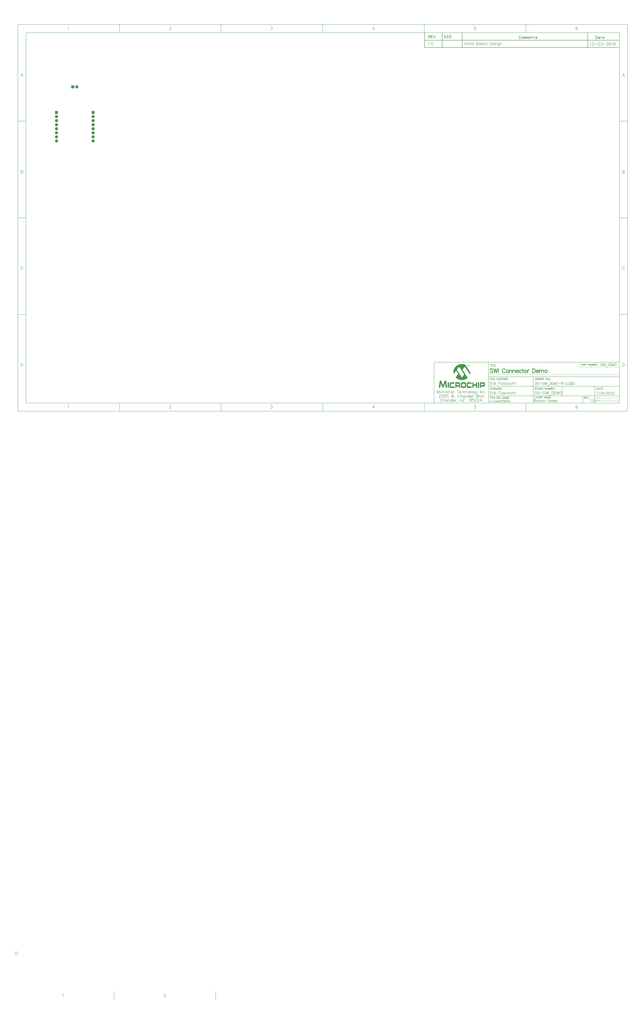
<source format=gbs>
G04 Layer_Color=16711935*
%FSLAX43Y43*%
%MOMM*%
G71*
G01*
G75*
%ADD13C,0.178*%
%ADD14C,0.150*%
%ADD15C,0.100*%
%ADD16C,0.254*%
%ADD17C,0.127*%
%ADD18C,0.381*%
%ADD19C,0.178*%
%ADD20C,0.200*%
%ADD26C,1.900*%
%ADD27R,1.900X1.900*%
%ADD28R,1.900X1.900*%
G36*
X264889Y-150000D02*
X264164Y-150000D01*
X264164Y-148694D01*
X262611Y-148694D01*
X262611Y-150000D01*
X261929Y-150000D01*
X261929Y-146546D01*
X262611Y-146546D01*
X262611Y-147765D01*
X264164Y-147765D01*
X264164Y-146546D01*
X264889Y-146546D01*
X264889Y-150000D01*
X264889Y-150000D02*
G37*
G36*
X260971Y-146517D02*
X261043Y-146531D01*
X261101Y-146546D01*
X261116Y-146546D01*
X261145Y-146560D01*
X261232Y-146604D01*
X261290Y-146647D01*
X261333Y-146705D01*
X261377Y-146792D01*
X261406Y-146880D01*
X261406Y-146894D01*
X261421Y-146909D01*
X261421Y-146952D01*
X261435Y-147025D01*
X261435Y-147097D01*
X261450Y-147184D01*
X261450Y-147300D01*
X261450Y-147431D01*
X259563Y-147388D01*
X259548Y-147388D01*
X259490Y-147402D01*
X259432Y-147417D01*
X259345Y-147475D01*
X259273Y-147547D01*
X259200Y-147678D01*
X259171Y-147750D01*
X259142Y-147852D01*
X259127Y-147954D01*
X259127Y-148084D01*
X259127Y-148462D01*
X259127Y-148476D01*
X259127Y-148491D01*
X259127Y-148563D01*
X259156Y-148679D01*
X259185Y-148810D01*
X259229Y-148941D01*
X259302Y-149042D01*
X259403Y-149129D01*
X259476Y-149144D01*
X259548Y-149158D01*
X261479Y-149158D01*
X261479Y-149187D01*
X261479Y-149245D01*
X261479Y-149332D01*
X261464Y-149448D01*
X261450Y-149565D01*
X261435Y-149681D01*
X261406Y-149768D01*
X261363Y-149840D01*
X261363Y-149855D01*
X261333Y-149869D01*
X261290Y-149898D01*
X261232Y-149927D01*
X261145Y-149971D01*
X261043Y-150000D01*
X260898Y-150014D01*
X260724Y-150029D01*
X259316Y-150029D01*
X259200Y-150014D01*
X259069Y-149985D01*
X258924Y-149942D01*
X258779Y-149869D01*
X258648Y-149782D01*
X258547Y-149666D01*
X258547Y-149652D01*
X258518Y-149608D01*
X258489Y-149550D01*
X258460Y-149448D01*
X258431Y-149332D01*
X258402Y-149173D01*
X258387Y-148999D01*
X258373Y-148795D01*
X258373Y-147765D01*
X258373Y-147750D01*
X258373Y-147721D01*
X258373Y-147678D01*
X258373Y-147620D01*
X258402Y-147475D01*
X258431Y-147300D01*
X258474Y-147112D01*
X258547Y-146923D01*
X258648Y-146763D01*
X258721Y-146705D01*
X258794Y-146647D01*
X258808Y-146647D01*
X258837Y-146618D01*
X258881Y-146604D01*
X258953Y-146575D01*
X259040Y-146546D01*
X259156Y-146531D01*
X259273Y-146502D01*
X260797Y-146502D01*
X260971Y-146517D01*
X260971Y-146517D02*
G37*
G36*
X266210Y-150000D02*
X265397Y-150000D01*
X265397Y-146546D01*
X266210Y-146546D01*
X266210Y-150000D01*
X266210Y-150000D02*
G37*
G36*
X245209Y-145414D02*
X245282Y-145428D01*
X245354Y-145472D01*
X245427Y-145530D01*
X245514Y-145631D01*
X245572Y-145762D01*
X245601Y-145936D01*
X246065Y-150000D01*
X245194Y-150000D01*
X244948Y-147083D01*
X244933Y-147083D01*
X244048Y-149419D01*
X244048Y-149434D01*
X244019Y-149477D01*
X243975Y-149550D01*
X243932Y-149608D01*
X243859Y-149681D01*
X243772Y-149753D01*
X243656Y-149797D01*
X243540Y-149811D01*
X243482Y-149811D01*
X243409Y-149797D01*
X243322Y-149768D01*
X243235Y-149710D01*
X243148Y-149652D01*
X243061Y-149550D01*
X243003Y-149419D01*
X242118Y-147126D01*
X242103Y-147126D01*
X241842Y-150000D01*
X241000Y-150000D01*
X241435Y-145893D01*
X241435Y-145878D01*
X241450Y-145820D01*
X241479Y-145733D01*
X241523Y-145646D01*
X241581Y-145559D01*
X241668Y-145472D01*
X241769Y-145414D01*
X241900Y-145399D01*
X241972Y-145399D01*
X242059Y-145428D01*
X242147Y-145457D01*
X242248Y-145515D01*
X242364Y-145588D01*
X242451Y-145704D01*
X242538Y-145864D01*
X243525Y-148374D01*
X243540Y-148374D01*
X244527Y-145864D01*
X244541Y-145849D01*
X244556Y-145791D01*
X244599Y-145718D01*
X244672Y-145631D01*
X244759Y-145544D01*
X244861Y-145472D01*
X244991Y-145414D01*
X245151Y-145399D01*
X245165Y-145399D01*
X245209Y-145414D01*
X245209Y-145414D02*
G37*
G36*
X269026Y-146560D02*
X269142Y-146575D01*
X269272Y-146618D01*
X269403Y-146691D01*
X269534Y-146792D01*
X269650Y-146938D01*
X269722Y-147126D01*
X269722Y-147141D01*
X269737Y-147170D01*
X269737Y-147213D01*
X269751Y-147286D01*
X269766Y-147373D01*
X269766Y-147475D01*
X269780Y-147605D01*
X269780Y-147736D01*
X269780Y-147997D01*
X269780Y-148026D01*
X269780Y-148099D01*
X269766Y-148215D01*
X269751Y-148345D01*
X269693Y-148636D01*
X269650Y-148781D01*
X269577Y-148897D01*
X269577Y-148911D01*
X269548Y-148926D01*
X269505Y-148970D01*
X269461Y-149013D01*
X269316Y-149086D01*
X269214Y-149115D01*
X269113Y-149129D01*
X267386Y-149129D01*
X267386Y-150000D01*
X266674Y-150000D01*
X266674Y-146546D01*
X268953Y-146546D01*
X269026Y-146560D01*
X269026Y-146560D02*
G37*
G36*
X253714Y-146560D02*
X253830Y-146604D01*
X253961Y-146676D01*
X254019Y-146734D01*
X254077Y-146792D01*
X254135Y-146880D01*
X254193Y-146981D01*
X254236Y-147097D01*
X254265Y-147242D01*
X254294Y-147388D01*
X254294Y-147576D01*
X254294Y-147779D01*
X254294Y-147794D01*
X254294Y-147808D01*
X254294Y-147896D01*
X254280Y-148012D01*
X254251Y-148157D01*
X254193Y-148316D01*
X254135Y-148447D01*
X254033Y-148578D01*
X253903Y-148650D01*
X253903Y-148665D01*
X253917Y-148665D01*
X253961Y-148694D01*
X254033Y-148737D01*
X254106Y-148795D01*
X254164Y-148897D01*
X254236Y-149028D01*
X254280Y-149202D01*
X254294Y-149419D01*
X254294Y-150000D01*
X253569Y-150000D01*
X253569Y-149594D01*
X253569Y-149579D01*
X253569Y-149550D01*
X253569Y-149492D01*
X253569Y-149434D01*
X253554Y-149318D01*
X253554Y-149260D01*
X253540Y-149231D01*
X253525Y-149216D01*
X253482Y-149158D01*
X253409Y-149115D01*
X253278Y-149100D01*
X252001Y-149100D01*
X252001Y-150000D01*
X251261Y-150000D01*
X251261Y-146546D01*
X253641Y-146546D01*
X253714Y-146560D01*
X253714Y-146560D02*
G37*
G36*
X257154Y-146517D02*
X257270Y-146546D01*
X257415Y-146575D01*
X257545Y-146633D01*
X257662Y-146720D01*
X257763Y-146822D01*
X257778Y-146836D01*
X257792Y-146880D01*
X257836Y-146952D01*
X257879Y-147054D01*
X257908Y-147184D01*
X257952Y-147344D01*
X257966Y-147533D01*
X257981Y-147750D01*
X257981Y-148781D01*
X257981Y-148795D01*
X257981Y-148824D01*
X257981Y-148868D01*
X257966Y-148941D01*
X257952Y-149100D01*
X257923Y-149289D01*
X257850Y-149492D01*
X257763Y-149681D01*
X257647Y-149840D01*
X257560Y-149913D01*
X257473Y-149956D01*
X257458Y-149956D01*
X257444Y-149971D01*
X257386Y-149985D01*
X257328Y-149985D01*
X257255Y-150000D01*
X257168Y-150014D01*
X256950Y-150029D01*
X255673Y-150029D01*
X255572Y-150014D01*
X255441Y-149985D01*
X255296Y-149942D01*
X255151Y-149884D01*
X255020Y-149811D01*
X254919Y-149695D01*
X254904Y-149681D01*
X254889Y-149637D01*
X254860Y-149565D01*
X254831Y-149477D01*
X254788Y-149347D01*
X254759Y-149187D01*
X254744Y-148999D01*
X254730Y-148781D01*
X254730Y-147750D01*
X254730Y-147736D01*
X254730Y-147707D01*
X254730Y-147649D01*
X254744Y-147591D01*
X254759Y-147417D01*
X254802Y-147213D01*
X254875Y-147010D01*
X254977Y-146807D01*
X255049Y-146734D01*
X255122Y-146662D01*
X255223Y-146604D01*
X255325Y-146560D01*
X255339Y-146560D01*
X255354Y-146546D01*
X255397Y-146546D01*
X255456Y-146531D01*
X255601Y-146517D01*
X255775Y-146502D01*
X257052Y-146502D01*
X257154Y-146517D01*
X257154Y-146517D02*
G37*
G36*
X250085Y-146517D02*
X250245Y-146517D01*
X250405Y-146531D01*
X250535Y-146560D01*
X250579Y-146575D01*
X250608Y-146589D01*
X250622Y-146589D01*
X250637Y-146618D01*
X250666Y-146662D01*
X250710Y-146734D01*
X250739Y-146836D01*
X250768Y-146981D01*
X250782Y-147155D01*
X250797Y-147388D01*
X248895Y-147388D01*
X248823Y-147402D01*
X248721Y-147446D01*
X248620Y-147533D01*
X248605Y-147562D01*
X248591Y-147591D01*
X248562Y-147649D01*
X248547Y-147721D01*
X248518Y-147823D01*
X248504Y-147939D01*
X248504Y-148084D01*
X248504Y-148462D01*
X248504Y-148476D01*
X248504Y-148520D01*
X248504Y-148592D01*
X248518Y-148679D01*
X248533Y-148853D01*
X248547Y-148926D01*
X248562Y-148984D01*
X248576Y-149013D01*
X248634Y-149071D01*
X248750Y-149129D01*
X248823Y-149144D01*
X248910Y-149158D01*
X250840Y-149158D01*
X250840Y-149173D01*
X250840Y-149245D01*
X250840Y-149332D01*
X250826Y-149434D01*
X250797Y-149652D01*
X250768Y-149739D01*
X250739Y-149811D01*
X250739Y-149826D01*
X250710Y-149840D01*
X250666Y-149884D01*
X250608Y-149913D01*
X250521Y-149956D01*
X250419Y-150000D01*
X250274Y-150014D01*
X250100Y-150029D01*
X248707Y-150029D01*
X248591Y-150014D01*
X248475Y-150000D01*
X248344Y-149956D01*
X248199Y-149913D01*
X248068Y-149840D01*
X247967Y-149753D01*
X247952Y-149739D01*
X247937Y-149695D01*
X247894Y-149623D01*
X247850Y-149521D01*
X247807Y-149390D01*
X247778Y-149216D01*
X247749Y-149013D01*
X247734Y-148781D01*
X247734Y-147750D01*
X247734Y-147736D01*
X247734Y-147707D01*
X247734Y-147649D01*
X247749Y-147576D01*
X247778Y-147388D01*
X247821Y-147184D01*
X247908Y-146967D01*
X248039Y-146763D01*
X248112Y-146691D01*
X248213Y-146618D01*
X248315Y-146560D01*
X248445Y-146531D01*
X248475Y-146531D01*
X248547Y-146517D01*
X248649Y-146502D01*
X249911Y-146502D01*
X250085Y-146517D01*
X250085Y-146517D02*
G37*
G36*
X247299Y-150000D02*
X246501Y-150000D01*
X246501Y-146546D01*
X247299Y-146546D01*
X247299Y-150000D01*
X247299Y-150000D02*
G37*
G36*
X255731Y-135066D02*
X255847Y-135066D01*
X255978Y-135080D01*
X256123Y-135109D01*
X256442Y-135153D01*
X256791Y-135225D01*
X257154Y-135327D01*
X257502Y-135472D01*
X260666Y-140508D01*
X260666Y-140523D01*
X260666Y-140552D01*
X260651Y-140595D01*
X260651Y-140668D01*
X260622Y-140842D01*
X260579Y-141060D01*
X260579Y-141074D01*
X260564Y-141103D01*
X260550Y-141176D01*
X260535Y-141248D01*
X260506Y-141335D01*
X260477Y-141452D01*
X260405Y-141684D01*
X257662Y-137373D01*
X257647Y-137359D01*
X257633Y-137315D01*
X257589Y-137272D01*
X257531Y-137199D01*
X257458Y-137141D01*
X257371Y-137097D01*
X257270Y-137054D01*
X257168Y-137039D01*
X257125Y-137039D01*
X257081Y-137054D01*
X257023Y-137083D01*
X256950Y-137112D01*
X256863Y-137170D01*
X256791Y-137257D01*
X256704Y-137359D01*
X255789Y-138621D01*
X259026Y-143716D01*
X259011Y-143730D01*
X258953Y-143774D01*
X258866Y-143846D01*
X258750Y-143933D01*
X258605Y-144035D01*
X258416Y-144151D01*
X258213Y-144282D01*
X257981Y-144398D01*
X257720Y-144528D01*
X257429Y-144659D01*
X257125Y-144775D01*
X256791Y-144877D01*
X256442Y-144964D01*
X256080Y-145036D01*
X255688Y-145080D01*
X255281Y-145094D01*
X255180Y-145094D01*
X255064Y-145080D01*
X254919Y-145065D01*
X254715Y-145036D01*
X254498Y-145007D01*
X254251Y-144949D01*
X253975Y-144891D01*
X253685Y-144804D01*
X253380Y-144688D01*
X253061Y-144557D01*
X252741Y-144398D01*
X252422Y-144209D01*
X252088Y-143991D01*
X251769Y-143730D01*
X251464Y-143440D01*
X252829Y-141553D01*
X252843Y-141539D01*
X252858Y-141481D01*
X252887Y-141393D01*
X252901Y-141321D01*
X252916Y-141248D01*
X252916Y-141219D01*
X252901Y-141147D01*
X252858Y-141016D01*
X252771Y-140856D01*
X251755Y-139274D01*
X250245Y-141364D01*
X250245Y-141350D01*
X250245Y-141335D01*
X250216Y-141248D01*
X250187Y-141132D01*
X250158Y-140958D01*
X250129Y-140755D01*
X250100Y-140523D01*
X250085Y-140261D01*
X250071Y-139986D01*
X250071Y-139957D01*
X250071Y-139899D01*
X250085Y-139797D01*
X250100Y-139652D01*
X250115Y-139492D01*
X250144Y-139289D01*
X250187Y-139071D01*
X250260Y-138825D01*
X250332Y-138563D01*
X250419Y-138302D01*
X250550Y-138012D01*
X250681Y-137736D01*
X250855Y-137446D01*
X251043Y-137155D01*
X251261Y-136880D01*
X251522Y-136604D01*
X251537Y-136589D01*
X251595Y-136531D01*
X251682Y-136459D01*
X251798Y-136357D01*
X251958Y-136241D01*
X252132Y-136111D01*
X252350Y-135965D01*
X252596Y-135820D01*
X252858Y-135675D01*
X253162Y-135544D01*
X253482Y-135414D01*
X253830Y-135298D01*
X254193Y-135196D01*
X254585Y-135124D01*
X254991Y-135066D01*
X255426Y-135051D01*
X255630Y-135051D01*
X255731Y-135066D01*
X255731Y-135066D02*
G37*
G36*
X259331Y-135559D02*
X259418Y-135574D01*
X259519Y-135617D01*
X259621Y-135690D01*
X259708Y-135791D01*
X259766Y-135922D01*
X259795Y-136096D01*
X259795Y-136125D01*
X259781Y-136183D01*
X259766Y-136270D01*
X259723Y-136386D01*
X259664Y-136488D01*
X259563Y-136575D01*
X259432Y-136648D01*
X259244Y-136677D01*
X259200Y-136677D01*
X259156Y-136662D01*
X259113Y-136648D01*
X258968Y-136604D01*
X258910Y-136560D01*
X258837Y-136502D01*
X258837Y-136488D01*
X258808Y-136473D01*
X258750Y-136386D01*
X258692Y-136256D01*
X258678Y-136183D01*
X258663Y-136096D01*
X258663Y-136081D01*
X258663Y-136052D01*
X258678Y-136009D01*
X258692Y-135965D01*
X258750Y-135835D01*
X258837Y-135704D01*
X258852Y-135690D01*
X258866Y-135675D01*
X258953Y-135617D01*
X259084Y-135574D01*
X259156Y-135544D01*
X259273Y-135544D01*
X259331Y-135559D01*
X259331Y-135559D02*
G37*
%LPC*%
G36*
X268750Y-147373D02*
X267386Y-147373D01*
X267386Y-148258D01*
X268837Y-148258D01*
X268866Y-148244D01*
X268910Y-148215D01*
X268953Y-148171D01*
X268997Y-148099D01*
X269011Y-148012D01*
X269026Y-147896D01*
X269026Y-147765D01*
X269026Y-147750D01*
X269026Y-147707D01*
X269011Y-147634D01*
X268997Y-147562D01*
X268953Y-147504D01*
X268910Y-147431D01*
X268837Y-147388D01*
X268750Y-147373D01*
X268750Y-147373D02*
G37*
G36*
X253249Y-147373D02*
X252001Y-147373D01*
X252001Y-148244D01*
X253366Y-148244D01*
X253409Y-148229D01*
X253467Y-148200D01*
X253525Y-148157D01*
X253569Y-148084D01*
X253598Y-147997D01*
X253612Y-147866D01*
X253612Y-147765D01*
X253612Y-147750D01*
X253612Y-147707D01*
X253598Y-147634D01*
X253569Y-147562D01*
X253525Y-147504D01*
X253453Y-147431D01*
X253366Y-147388D01*
X253249Y-147373D01*
X253249Y-147373D02*
G37*
G36*
X256849Y-147373D02*
X255891Y-147373D01*
X255804Y-147388D01*
X255688Y-147446D01*
X255630Y-147475D01*
X255586Y-147533D01*
X255572Y-147562D01*
X255557Y-147605D01*
X255543Y-147663D01*
X255514Y-147736D01*
X255499Y-147837D01*
X255485Y-147954D01*
X255485Y-148084D01*
X255485Y-148462D01*
X255485Y-148476D01*
X255485Y-148520D01*
X255485Y-148592D01*
X255499Y-148679D01*
X255514Y-148853D01*
X255528Y-148941D01*
X255557Y-149013D01*
X255572Y-149042D01*
X255630Y-149086D01*
X255731Y-149129D01*
X255876Y-149158D01*
X256820Y-149158D01*
X256878Y-149144D01*
X256950Y-149115D01*
X257038Y-149071D01*
X257110Y-148984D01*
X257183Y-148868D01*
X257241Y-148694D01*
X257255Y-148578D01*
X257255Y-148462D01*
X257255Y-148084D01*
X257255Y-148070D01*
X257255Y-148026D01*
X257255Y-147954D01*
X257241Y-147866D01*
X257197Y-147692D01*
X257154Y-147605D01*
X257110Y-147533D01*
X257110Y-147518D01*
X257081Y-147504D01*
X257023Y-147446D01*
X256921Y-147402D01*
X256849Y-147373D01*
X256849Y-147373D02*
G37*
G36*
X253598Y-137025D02*
X253554Y-137025D01*
X253511Y-137039D01*
X253438Y-137068D01*
X253366Y-137097D01*
X253293Y-137155D01*
X253206Y-137243D01*
X253119Y-137344D01*
X252219Y-138607D01*
X254919Y-142874D01*
X254933Y-142888D01*
X254962Y-142932D01*
X255006Y-143004D01*
X255064Y-143063D01*
X255136Y-143135D01*
X255209Y-143208D01*
X255296Y-143251D01*
X255368Y-143266D01*
X255412Y-143266D01*
X255470Y-143251D01*
X255528Y-143222D01*
X255601Y-143193D01*
X255688Y-143150D01*
X255760Y-143077D01*
X255833Y-142975D01*
X256776Y-141626D01*
X254077Y-137359D01*
X254062Y-137344D01*
X254033Y-137301D01*
X253990Y-137257D01*
X253932Y-137185D01*
X253859Y-137126D01*
X253786Y-137083D01*
X253699Y-137039D01*
X253598Y-137025D01*
X253598Y-137025D02*
G37*
G36*
X259244Y-135646D02*
X259171Y-135646D01*
X259084Y-135675D01*
X258997Y-135704D01*
X258910Y-135762D01*
X258823Y-135835D01*
X258765Y-135951D01*
X258750Y-136096D01*
X258750Y-136111D01*
X258750Y-136125D01*
X258765Y-136212D01*
X258808Y-136328D01*
X258895Y-136444D01*
X258924Y-136473D01*
X258997Y-136517D01*
X259098Y-136560D01*
X259244Y-136589D01*
X259258Y-136589D01*
X259316Y-136575D01*
X259389Y-136560D01*
X259476Y-136531D01*
X259563Y-136473D01*
X259635Y-136386D01*
X259693Y-136256D01*
X259708Y-136096D01*
X259708Y-136081D01*
X259708Y-136023D01*
X259679Y-135951D01*
X259650Y-135864D01*
X259592Y-135791D01*
X259519Y-135719D01*
X259403Y-135661D01*
X259244Y-135646D01*
X259244Y-135646D02*
G37*
%LPD*%
G36*
X259374Y-135806D02*
X259447Y-135849D01*
X259476Y-135907D01*
X259490Y-135965D01*
X259490Y-135980D01*
X259490Y-135994D01*
X259476Y-136067D01*
X259418Y-136125D01*
X259374Y-136154D01*
X259316Y-136169D01*
X259505Y-136444D01*
X259389Y-136444D01*
X259215Y-136169D01*
X259113Y-136169D01*
X259113Y-136444D01*
X259011Y-136444D01*
X259011Y-135777D01*
X259287Y-135777D01*
X259374Y-135806D01*
X259374Y-135806D02*
G37*
%LPC*%
G36*
X259273Y-135864D02*
X259113Y-135864D01*
X259113Y-136081D01*
X259287Y-136081D01*
X259331Y-136067D01*
X259360Y-136038D01*
X259374Y-135965D01*
X259374Y-135951D01*
X259360Y-135907D01*
X259331Y-135878D01*
X259273Y-135864D01*
X259273Y-135864D02*
G37*
%LPD*%
D13*
X335678Y-157358D02*
X335821Y-157287D01*
X336035Y-157073D01*
X336035Y-158572D01*
X336849Y-158429D02*
X336778Y-158501D01*
X336849Y-158572D01*
X336920Y-158501D01*
X336849Y-158429D01*
X337677Y-157073D02*
X337463Y-157144D01*
X337320Y-157358D01*
X337249Y-157715D01*
X337249Y-157930D01*
X337320Y-158287D01*
X337463Y-158501D01*
X337677Y-158572D01*
X337820Y-158572D01*
X338034Y-158501D01*
X338177Y-158287D01*
X338249Y-157930D01*
X338249Y-157715D01*
X338177Y-157358D01*
X338034Y-157144D01*
X337820Y-157073D01*
X337677Y-157073D01*
X9176Y74937D02*
X9345Y75022D01*
X9599Y75276D01*
X9599Y73498D01*
X72650Y74852D02*
X72650Y74937D01*
X72735Y75106D01*
X72820Y75191D01*
X72989Y75276D01*
X73328Y75276D01*
X73497Y75191D01*
X73582Y75106D01*
X73666Y74937D01*
X73666Y74768D01*
X73582Y74598D01*
X73412Y74344D01*
X72566Y73498D01*
X73751Y73498D01*
X135964Y75276D02*
X136896Y75276D01*
X136388Y74598D01*
X136642Y74598D01*
X136811Y74514D01*
X136896Y74429D01*
X136980Y74175D01*
X136980Y74006D01*
X136896Y73752D01*
X136726Y73583D01*
X136472Y73498D01*
X136218Y73498D01*
X135964Y73583D01*
X135880Y73667D01*
X135795Y73837D01*
X200311Y75276D02*
X199464Y74091D01*
X200734Y74091D01*
X200311Y75276D02*
X200311Y73498D01*
X263955Y75276D02*
X263108Y75276D01*
X263023Y74514D01*
X263108Y74598D01*
X263362Y74683D01*
X263616Y74683D01*
X263870Y74598D01*
X264039Y74429D01*
X264124Y74175D01*
X264124Y74006D01*
X264039Y73752D01*
X263870Y73583D01*
X263616Y73498D01*
X263362Y73498D01*
X263108Y73583D01*
X263023Y73667D01*
X262939Y73837D01*
X327582Y75022D02*
X327497Y75191D01*
X327243Y75276D01*
X327074Y75276D01*
X326820Y75191D01*
X326650Y74937D01*
X326566Y74514D01*
X326566Y74091D01*
X326650Y73752D01*
X326820Y73583D01*
X327074Y73498D01*
X327158Y73498D01*
X327412Y73583D01*
X327582Y73752D01*
X327666Y74006D01*
X327666Y74091D01*
X327582Y74344D01*
X327412Y74514D01*
X327158Y74598D01*
X327074Y74598D01*
X326820Y74514D01*
X326650Y74344D01*
X326566Y74091D01*
X357079Y44466D02*
X356402Y46243D01*
X355725Y44466D01*
X355979Y45058D02*
X356825Y45058D01*
X355725Y-14209D02*
X355725Y-15986D01*
X355725Y-14209D02*
X356487Y-14209D01*
X356741Y-14293D01*
X356825Y-14378D01*
X356910Y-14547D01*
X356910Y-14716D01*
X356825Y-14886D01*
X356741Y-14970D01*
X356487Y-15055D01*
X355725Y-15055D02*
X356487Y-15055D01*
X356741Y-15140D01*
X356825Y-15224D01*
X356910Y-15394D01*
X356910Y-15648D01*
X356825Y-15817D01*
X356741Y-15902D01*
X356487Y-15986D01*
X355725Y-15986D01*
X356995Y-74957D02*
X356910Y-74788D01*
X356741Y-74618D01*
X356572Y-74534D01*
X356233Y-74534D01*
X356064Y-74618D01*
X355894Y-74788D01*
X355810Y-74957D01*
X355725Y-75211D01*
X355725Y-75634D01*
X355810Y-75888D01*
X355894Y-76057D01*
X356064Y-76227D01*
X356233Y-76311D01*
X356572Y-76311D01*
X356741Y-76227D01*
X356910Y-76057D01*
X356995Y-75888D01*
X355725Y-134732D02*
X355725Y-136509D01*
X355725Y-134732D02*
X356318Y-134732D01*
X356572Y-134816D01*
X356741Y-134986D01*
X356825Y-135155D01*
X356910Y-135409D01*
X356910Y-135832D01*
X356825Y-136086D01*
X356741Y-136255D01*
X356572Y-136425D01*
X356318Y-136509D01*
X355725Y-136509D01*
X-18841Y44466D02*
X-19518Y46243D01*
X-20195Y44466D01*
X-19941Y45058D02*
X-19095Y45058D01*
X-20195Y-14209D02*
X-20195Y-15986D01*
X-20195Y-14209D02*
X-19433Y-14209D01*
X-19179Y-14293D01*
X-19095Y-14378D01*
X-19010Y-14547D01*
X-19010Y-14716D01*
X-19095Y-14886D01*
X-19179Y-14970D01*
X-19433Y-15055D01*
X-20195Y-15055D02*
X-19433Y-15055D01*
X-19179Y-15140D01*
X-19095Y-15224D01*
X-19010Y-15394D01*
X-19010Y-15648D01*
X-19095Y-15817D01*
X-19179Y-15902D01*
X-19433Y-15986D01*
X-20195Y-15986D01*
X-18925Y-74957D02*
X-19010Y-74788D01*
X-19179Y-74618D01*
X-19348Y-74534D01*
X-19687Y-74534D01*
X-19856Y-74618D01*
X-20026Y-74788D01*
X-20110Y-74957D01*
X-20195Y-75211D01*
X-20195Y-75634D01*
X-20110Y-75888D01*
X-20026Y-76057D01*
X-19856Y-76227D01*
X-19687Y-76311D01*
X-19348Y-76311D01*
X-19179Y-76227D01*
X-19010Y-76057D01*
X-18925Y-75888D01*
X-20195Y-134732D02*
X-20195Y-136509D01*
X-20195Y-134732D02*
X-19602Y-134732D01*
X-19348Y-134816D01*
X-19179Y-134986D01*
X-19095Y-135155D01*
X-19010Y-135409D01*
X-19010Y-135832D01*
X-19095Y-136086D01*
X-19179Y-136255D01*
X-19348Y-136425D01*
X-19602Y-136509D01*
X-20195Y-136509D01*
X9176Y-161283D02*
X9345Y-161198D01*
X9599Y-160944D01*
X9599Y-162722D01*
X72650Y-161368D02*
X72650Y-161283D01*
X72735Y-161114D01*
X72820Y-161029D01*
X72989Y-160944D01*
X73328Y-160944D01*
X73497Y-161029D01*
X73582Y-161114D01*
X73666Y-161283D01*
X73666Y-161452D01*
X73582Y-161622D01*
X73412Y-161876D01*
X72566Y-162722D01*
X73751Y-162722D01*
X135964Y-160944D02*
X136896Y-160944D01*
X136388Y-161622D01*
X136642Y-161622D01*
X136811Y-161706D01*
X136896Y-161791D01*
X136980Y-162045D01*
X136980Y-162214D01*
X136896Y-162468D01*
X136726Y-162637D01*
X136472Y-162722D01*
X136218Y-162722D01*
X135964Y-162637D01*
X135880Y-162553D01*
X135795Y-162383D01*
X200311Y-160944D02*
X199464Y-162129D01*
X200734Y-162129D01*
X200311Y-160944D02*
X200311Y-162722D01*
X263955Y-160944D02*
X263108Y-160944D01*
X263023Y-161706D01*
X263108Y-161622D01*
X263362Y-161537D01*
X263616Y-161537D01*
X263870Y-161622D01*
X264039Y-161791D01*
X264124Y-162045D01*
X264124Y-162214D01*
X264039Y-162468D01*
X263870Y-162637D01*
X263616Y-162722D01*
X263362Y-162722D01*
X263108Y-162637D01*
X263023Y-162553D01*
X262939Y-162383D01*
X327582Y-161198D02*
X327497Y-161029D01*
X327243Y-160944D01*
X327074Y-160944D01*
X326820Y-161029D01*
X326650Y-161283D01*
X326566Y-161706D01*
X326566Y-162129D01*
X326650Y-162468D01*
X326820Y-162637D01*
X327074Y-162722D01*
X327158Y-162722D01*
X327412Y-162637D01*
X327582Y-162468D01*
X327666Y-162214D01*
X327666Y-162129D01*
X327582Y-161876D01*
X327412Y-161706D01*
X327158Y-161622D01*
X327074Y-161622D01*
X326820Y-161706D01*
X326650Y-161876D01*
X326566Y-162129D01*
X243270Y-157146D02*
X243185Y-156976D01*
X243016Y-156807D01*
X242846Y-156722D01*
X242508Y-156722D01*
X242339Y-156807D01*
X242169Y-156976D01*
X242085Y-157146D01*
X242000Y-157400D01*
X242000Y-157823D01*
X242085Y-158077D01*
X242169Y-158246D01*
X242339Y-158415D01*
X242508Y-158500D01*
X242846Y-158500D01*
X243016Y-158415D01*
X243185Y-158246D01*
X243270Y-158077D01*
X243769Y-156722D02*
X243769Y-158500D01*
X243769Y-157654D02*
X244023Y-157400D01*
X244192Y-157315D01*
X244446Y-157315D01*
X244616Y-157400D01*
X244700Y-157654D01*
X244700Y-158500D01*
X246182Y-157315D02*
X246182Y-158500D01*
X246182Y-157569D02*
X246012Y-157400D01*
X245843Y-157315D01*
X245589Y-157315D01*
X245420Y-157400D01*
X245251Y-157569D01*
X245166Y-157823D01*
X245166Y-157992D01*
X245251Y-158246D01*
X245420Y-158415D01*
X245589Y-158500D01*
X245843Y-158500D01*
X246012Y-158415D01*
X246182Y-158246D01*
X246656Y-157315D02*
X246656Y-158500D01*
X246656Y-157654D02*
X246910Y-157400D01*
X247079Y-157315D01*
X247333Y-157315D01*
X247502Y-157400D01*
X247587Y-157654D01*
X247587Y-158500D01*
X249068Y-156722D02*
X249068Y-158500D01*
X249068Y-157569D02*
X248899Y-157400D01*
X248730Y-157315D01*
X248476Y-157315D01*
X248306Y-157400D01*
X248137Y-157569D01*
X248052Y-157823D01*
X248052Y-157992D01*
X248137Y-158246D01*
X248306Y-158415D01*
X248476Y-158500D01*
X248730Y-158500D01*
X248899Y-158415D01*
X249068Y-158246D01*
X249542Y-156722D02*
X249542Y-158500D01*
X249915Y-157823D02*
X250930Y-157823D01*
X250930Y-157654D01*
X250846Y-157484D01*
X250761Y-157400D01*
X250592Y-157315D01*
X250338Y-157315D01*
X250169Y-157400D01*
X249999Y-157569D01*
X249915Y-157823D01*
X249915Y-157992D01*
X249999Y-158246D01*
X250169Y-158415D01*
X250338Y-158500D01*
X250592Y-158500D01*
X250761Y-158415D01*
X250930Y-158246D01*
X251311Y-157315D02*
X251311Y-158500D01*
X251311Y-157823D02*
X251396Y-157569D01*
X251565Y-157400D01*
X251735Y-157315D01*
X251989Y-157315D01*
X252319Y-158415D02*
X252234Y-158500D01*
X252149Y-158415D01*
X252234Y-158331D01*
X252319Y-158415D01*
X252319Y-158585D01*
X252234Y-158754D01*
X252149Y-158839D01*
X255459Y-158500D02*
X254782Y-156722D01*
X254105Y-158500D01*
X254359Y-157907D02*
X255205Y-157907D01*
X257059Y-156722D02*
X255874Y-158500D01*
X255874Y-156722D02*
X257059Y-156722D01*
X255874Y-158500D02*
X257059Y-158500D01*
X260673Y-156722D02*
X260420Y-156807D01*
X260335Y-156976D01*
X260335Y-157146D01*
X260420Y-157315D01*
X260589Y-157400D01*
X260927Y-157484D01*
X261181Y-157569D01*
X261351Y-157738D01*
X261435Y-157907D01*
X261435Y-158161D01*
X261351Y-158331D01*
X261266Y-158415D01*
X261012Y-158500D01*
X260673Y-158500D01*
X260420Y-158415D01*
X260335Y-158331D01*
X260250Y-158161D01*
X260250Y-157907D01*
X260335Y-157738D01*
X260504Y-157569D01*
X260758Y-157484D01*
X261097Y-157400D01*
X261266Y-157315D01*
X261351Y-157146D01*
X261351Y-156976D01*
X261266Y-156807D01*
X261012Y-156722D01*
X260673Y-156722D01*
X262849Y-156722D02*
X262002Y-156722D01*
X261918Y-157484D01*
X262002Y-157400D01*
X262256Y-157315D01*
X262510Y-157315D01*
X262764Y-157400D01*
X262934Y-157569D01*
X263018Y-157823D01*
X263018Y-157992D01*
X262934Y-158246D01*
X262764Y-158415D01*
X262510Y-158500D01*
X262256Y-158500D01*
X262002Y-158415D01*
X261918Y-158331D01*
X261833Y-158161D01*
X263501Y-157146D02*
X263501Y-157061D01*
X263585Y-156892D01*
X263670Y-156807D01*
X263839Y-156722D01*
X264178Y-156722D01*
X264347Y-156807D01*
X264432Y-156892D01*
X264517Y-157061D01*
X264517Y-157230D01*
X264432Y-157400D01*
X264263Y-157654D01*
X263416Y-158500D01*
X264601Y-158500D01*
X265084Y-157146D02*
X265084Y-157061D01*
X265168Y-156892D01*
X265253Y-156807D01*
X265422Y-156722D01*
X265761Y-156722D01*
X265930Y-156807D01*
X266015Y-156892D01*
X266099Y-157061D01*
X266099Y-157230D01*
X266015Y-157400D01*
X265845Y-157654D01*
X264999Y-158500D01*
X266184Y-158500D01*
X267428Y-156722D02*
X266582Y-157907D01*
X267852Y-157907D01*
X267428Y-156722D02*
X267428Y-158500D01*
X241085Y-154646D02*
X241085Y-154561D01*
X241169Y-154392D01*
X241254Y-154307D01*
X241423Y-154222D01*
X241762Y-154222D01*
X241931Y-154307D01*
X242016Y-154392D01*
X242100Y-154561D01*
X242100Y-154730D01*
X242016Y-154900D01*
X241846Y-155154D01*
X241000Y-156000D01*
X242185Y-156000D01*
X242752Y-154222D02*
X243683Y-154222D01*
X243175Y-154900D01*
X243429Y-154900D01*
X243599Y-154984D01*
X243683Y-155069D01*
X243768Y-155323D01*
X243768Y-155492D01*
X243683Y-155746D01*
X243514Y-155915D01*
X243260Y-156000D01*
X243006Y-156000D01*
X242752Y-155915D01*
X242668Y-155831D01*
X242583Y-155661D01*
X245182Y-154222D02*
X244335Y-154222D01*
X244251Y-154984D01*
X244335Y-154900D01*
X244589Y-154815D01*
X244843Y-154815D01*
X245097Y-154900D01*
X245266Y-155069D01*
X245351Y-155323D01*
X245351Y-155492D01*
X245266Y-155746D01*
X245097Y-155915D01*
X244843Y-156000D01*
X244589Y-156000D01*
X244335Y-155915D01*
X244251Y-155831D01*
X244166Y-155661D01*
X246765Y-154222D02*
X245918Y-154222D01*
X245833Y-154984D01*
X245918Y-154900D01*
X246172Y-154815D01*
X246426Y-154815D01*
X246680Y-154900D01*
X246849Y-155069D01*
X246934Y-155323D01*
X246934Y-155492D01*
X246849Y-155746D01*
X246680Y-155915D01*
X246426Y-156000D01*
X246172Y-156000D01*
X245918Y-155915D01*
X245833Y-155831D01*
X245749Y-155661D01*
X248728Y-154222D02*
X249152Y-156000D01*
X249575Y-154222D02*
X249152Y-156000D01*
X249575Y-154222D02*
X249998Y-156000D01*
X250421Y-154222D02*
X249998Y-156000D01*
X250862Y-155831D02*
X250777Y-155915D01*
X250862Y-156000D01*
X250946Y-155915D01*
X250862Y-155831D01*
X254002Y-154646D02*
X253917Y-154476D01*
X253748Y-154307D01*
X253579Y-154222D01*
X253240Y-154222D01*
X253071Y-154307D01*
X252902Y-154476D01*
X252817Y-154646D01*
X252732Y-154900D01*
X252732Y-155323D01*
X252817Y-155577D01*
X252902Y-155746D01*
X253071Y-155915D01*
X253240Y-156000D01*
X253579Y-156000D01*
X253748Y-155915D01*
X253917Y-155746D01*
X254002Y-155577D01*
X254501Y-154222D02*
X254501Y-156000D01*
X254501Y-155154D02*
X254755Y-154900D01*
X254925Y-154815D01*
X255179Y-154815D01*
X255348Y-154900D01*
X255433Y-155154D01*
X255433Y-156000D01*
X256914Y-154815D02*
X256914Y-156000D01*
X256914Y-155069D02*
X256745Y-154900D01*
X256575Y-154815D01*
X256321Y-154815D01*
X256152Y-154900D01*
X255983Y-155069D01*
X255898Y-155323D01*
X255898Y-155492D01*
X255983Y-155746D01*
X256152Y-155915D01*
X256321Y-156000D01*
X256575Y-156000D01*
X256745Y-155915D01*
X256914Y-155746D01*
X257388Y-154815D02*
X257388Y-156000D01*
X257388Y-155154D02*
X257642Y-154900D01*
X257811Y-154815D01*
X258065Y-154815D01*
X258234Y-154900D01*
X258319Y-155154D01*
X258319Y-156000D01*
X259800Y-154222D02*
X259800Y-156000D01*
X259800Y-155069D02*
X259631Y-154900D01*
X259462Y-154815D01*
X259208Y-154815D01*
X259039Y-154900D01*
X258869Y-155069D01*
X258785Y-155323D01*
X258785Y-155492D01*
X258869Y-155746D01*
X259039Y-155915D01*
X259208Y-156000D01*
X259462Y-156000D01*
X259631Y-155915D01*
X259800Y-155746D01*
X260274Y-154222D02*
X260274Y-156000D01*
X260647Y-155323D02*
X261663Y-155323D01*
X261663Y-155154D01*
X261578Y-154984D01*
X261493Y-154900D01*
X261324Y-154815D01*
X261070Y-154815D01*
X260901Y-154900D01*
X260732Y-155069D01*
X260647Y-155323D01*
X260647Y-155492D01*
X260732Y-155746D01*
X260901Y-155915D01*
X261070Y-156000D01*
X261324Y-156000D01*
X261493Y-155915D01*
X261663Y-155746D01*
X262044Y-154815D02*
X262044Y-156000D01*
X262044Y-155323D02*
X262128Y-155069D01*
X262298Y-154900D01*
X262467Y-154815D01*
X262721Y-154815D01*
X264278Y-154222D02*
X264278Y-156000D01*
X264278Y-154222D02*
X265040Y-154222D01*
X265294Y-154307D01*
X265379Y-154392D01*
X265463Y-154561D01*
X265463Y-154730D01*
X265379Y-154900D01*
X265294Y-154984D01*
X265040Y-155069D01*
X264278Y-155069D02*
X265040Y-155069D01*
X265294Y-155154D01*
X265379Y-155238D01*
X265463Y-155407D01*
X265463Y-155661D01*
X265379Y-155831D01*
X265294Y-155915D01*
X265040Y-156000D01*
X264278Y-156000D01*
X265861Y-154222D02*
X265861Y-156000D01*
X266234Y-154815D02*
X266742Y-156000D01*
X267250Y-154815D02*
X266742Y-156000D01*
X268553Y-154222D02*
X268553Y-156000D01*
X268553Y-155069D02*
X268384Y-154900D01*
X268215Y-154815D01*
X267961Y-154815D01*
X267791Y-154900D01*
X267622Y-155069D01*
X267537Y-155323D01*
X267537Y-155492D01*
X267622Y-155746D01*
X267791Y-155915D01*
X267961Y-156000D01*
X268215Y-156000D01*
X268384Y-155915D01*
X268553Y-155746D01*
X269112Y-155831D02*
X269027Y-155915D01*
X269112Y-156000D01*
X269196Y-155915D01*
X269112Y-155831D01*
X239770Y-151482D02*
X239770Y-153260D01*
X239770Y-151482D02*
X240447Y-153260D01*
X241124Y-151482D02*
X240447Y-153260D01*
X241124Y-151482D02*
X241124Y-153260D01*
X241802Y-151482D02*
X241886Y-151567D01*
X241971Y-151482D01*
X241886Y-151398D01*
X241802Y-151482D01*
X241886Y-152075D02*
X241886Y-153260D01*
X243300Y-152329D02*
X243131Y-152160D01*
X242961Y-152075D01*
X242707Y-152075D01*
X242538Y-152160D01*
X242369Y-152329D01*
X242284Y-152583D01*
X242284Y-152752D01*
X242369Y-153006D01*
X242538Y-153175D01*
X242707Y-153260D01*
X242961Y-153260D01*
X243131Y-153175D01*
X243300Y-153006D01*
X243681Y-152075D02*
X243681Y-153260D01*
X243681Y-152583D02*
X243765Y-152329D01*
X243935Y-152160D01*
X244104Y-152075D01*
X244358Y-152075D01*
X244942Y-152075D02*
X244773Y-152160D01*
X244603Y-152329D01*
X244519Y-152583D01*
X244519Y-152752D01*
X244603Y-153006D01*
X244773Y-153175D01*
X244942Y-153260D01*
X245196Y-153260D01*
X245365Y-153175D01*
X245535Y-153006D01*
X245619Y-152752D01*
X245619Y-152583D01*
X245535Y-152329D01*
X245365Y-152160D01*
X245196Y-152075D01*
X244942Y-152075D01*
X247024Y-152329D02*
X246855Y-152160D01*
X246686Y-152075D01*
X246432Y-152075D01*
X246263Y-152160D01*
X246093Y-152329D01*
X246009Y-152583D01*
X246009Y-152752D01*
X246093Y-153006D01*
X246263Y-153175D01*
X246432Y-153260D01*
X246686Y-153260D01*
X246855Y-153175D01*
X247024Y-153006D01*
X247405Y-151482D02*
X247405Y-153260D01*
X247405Y-152413D02*
X247659Y-152160D01*
X247829Y-152075D01*
X248083Y-152075D01*
X248252Y-152160D01*
X248336Y-152413D01*
X248336Y-153260D01*
X248971Y-151482D02*
X249056Y-151567D01*
X249141Y-151482D01*
X249056Y-151398D01*
X248971Y-151482D01*
X249056Y-152075D02*
X249056Y-153260D01*
X249454Y-152075D02*
X249454Y-153853D01*
X249454Y-152329D02*
X249623Y-152160D01*
X249792Y-152075D01*
X250046Y-152075D01*
X250216Y-152160D01*
X250385Y-152329D01*
X250470Y-152583D01*
X250470Y-152752D01*
X250385Y-153006D01*
X250216Y-153175D01*
X250046Y-153260D01*
X249792Y-153260D01*
X249623Y-153175D01*
X249454Y-153006D01*
X252840Y-151482D02*
X252840Y-153260D01*
X252247Y-151482D02*
X253432Y-151482D01*
X253644Y-152583D02*
X254660Y-152583D01*
X254660Y-152413D01*
X254575Y-152244D01*
X254490Y-152160D01*
X254321Y-152075D01*
X254067Y-152075D01*
X253898Y-152160D01*
X253729Y-152329D01*
X253644Y-152583D01*
X253644Y-152752D01*
X253729Y-153006D01*
X253898Y-153175D01*
X254067Y-153260D01*
X254321Y-153260D01*
X254490Y-153175D01*
X254660Y-153006D01*
X256056Y-152329D02*
X255887Y-152160D01*
X255718Y-152075D01*
X255464Y-152075D01*
X255295Y-152160D01*
X255125Y-152329D01*
X255041Y-152583D01*
X255041Y-152752D01*
X255125Y-153006D01*
X255295Y-153175D01*
X255464Y-153260D01*
X255718Y-153260D01*
X255887Y-153175D01*
X256056Y-153006D01*
X256437Y-151482D02*
X256437Y-153260D01*
X256437Y-152413D02*
X256691Y-152160D01*
X256861Y-152075D01*
X257115Y-152075D01*
X257284Y-152160D01*
X257368Y-152413D01*
X257368Y-153260D01*
X257834Y-152075D02*
X257834Y-153260D01*
X257834Y-152413D02*
X258088Y-152160D01*
X258257Y-152075D01*
X258511Y-152075D01*
X258680Y-152160D01*
X258765Y-152413D01*
X258765Y-153260D01*
X259654Y-152075D02*
X259485Y-152160D01*
X259315Y-152329D01*
X259231Y-152583D01*
X259231Y-152752D01*
X259315Y-153006D01*
X259485Y-153175D01*
X259654Y-153260D01*
X259908Y-153260D01*
X260077Y-153175D01*
X260246Y-153006D01*
X260331Y-152752D01*
X260331Y-152583D01*
X260246Y-152329D01*
X260077Y-152160D01*
X259908Y-152075D01*
X259654Y-152075D01*
X260721Y-151482D02*
X260721Y-153260D01*
X261516Y-152075D02*
X261347Y-152160D01*
X261178Y-152329D01*
X261093Y-152583D01*
X261093Y-152752D01*
X261178Y-153006D01*
X261347Y-153175D01*
X261516Y-153260D01*
X261770Y-153260D01*
X261939Y-153175D01*
X262109Y-153006D01*
X262193Y-152752D01*
X262193Y-152583D01*
X262109Y-152329D01*
X261939Y-152160D01*
X261770Y-152075D01*
X261516Y-152075D01*
X263599Y-152075D02*
X263599Y-153429D01*
X263514Y-153683D01*
X263429Y-153768D01*
X263260Y-153853D01*
X263006Y-153853D01*
X262837Y-153768D01*
X263599Y-152329D02*
X263429Y-152160D01*
X263260Y-152075D01*
X263006Y-152075D01*
X262837Y-152160D01*
X262667Y-152329D01*
X262583Y-152583D01*
X262583Y-152752D01*
X262667Y-153006D01*
X262837Y-153175D01*
X263006Y-153260D01*
X263260Y-153260D01*
X263429Y-153175D01*
X263599Y-153006D01*
X264157Y-152075D02*
X264665Y-153260D01*
X265173Y-152075D02*
X264665Y-153260D01*
X264496Y-153599D01*
X264327Y-153768D01*
X264157Y-153853D01*
X264073Y-153853D01*
X266866Y-151482D02*
X266866Y-153260D01*
X267238Y-152075D02*
X267238Y-153260D01*
X267238Y-152413D02*
X267492Y-152160D01*
X267662Y-152075D01*
X267916Y-152075D01*
X268085Y-152160D01*
X268170Y-152413D01*
X268170Y-153260D01*
X269651Y-152329D02*
X269482Y-152160D01*
X269312Y-152075D01*
X269058Y-152075D01*
X268889Y-152160D01*
X268720Y-152329D01*
X268635Y-152583D01*
X268635Y-152752D01*
X268720Y-153006D01*
X268889Y-153175D01*
X269058Y-153260D01*
X269312Y-153260D01*
X269482Y-153175D01*
X269651Y-153006D01*
X270117Y-153091D02*
X270032Y-153175D01*
X270117Y-153260D01*
X270201Y-153175D01*
X270117Y-153091D01*
X274100Y-146222D02*
X273000Y-146222D01*
X273000Y-148000D01*
X274100Y-148000D01*
X273000Y-147069D02*
X273677Y-147069D01*
X274397Y-146815D02*
X274397Y-148000D01*
X274397Y-147323D02*
X274481Y-147069D01*
X274651Y-146900D01*
X274820Y-146815D01*
X275074Y-146815D01*
X275404Y-146222D02*
X275489Y-146307D01*
X275573Y-146222D01*
X275489Y-146138D01*
X275404Y-146222D01*
X275489Y-146815D02*
X275489Y-148000D01*
X275887Y-146222D02*
X275887Y-148000D01*
X276733Y-146815D02*
X275887Y-147661D01*
X276225Y-147323D02*
X276818Y-148000D01*
X278494Y-146222D02*
X278494Y-148000D01*
X278494Y-146222D02*
X279594Y-146222D01*
X278494Y-147069D02*
X279171Y-147069D01*
X280813Y-146815D02*
X280813Y-148000D01*
X280813Y-147069D02*
X280644Y-146900D01*
X280474Y-146815D01*
X280221Y-146815D01*
X280051Y-146900D01*
X279882Y-147069D01*
X279797Y-147323D01*
X279797Y-147492D01*
X279882Y-147746D01*
X280051Y-147915D01*
X280221Y-148000D01*
X280474Y-148000D01*
X280644Y-147915D01*
X280813Y-147746D01*
X282218Y-147069D02*
X282134Y-146900D01*
X281880Y-146815D01*
X281626Y-146815D01*
X281372Y-146900D01*
X281287Y-147069D01*
X281372Y-147238D01*
X281541Y-147323D01*
X281964Y-147407D01*
X282134Y-147492D01*
X282218Y-147661D01*
X282218Y-147746D01*
X282134Y-147915D01*
X281880Y-148000D01*
X281626Y-148000D01*
X281372Y-147915D01*
X281287Y-147746D01*
X282591Y-146815D02*
X282591Y-148000D01*
X282591Y-147154D02*
X282845Y-146900D01*
X283014Y-146815D01*
X283268Y-146815D01*
X283437Y-146900D01*
X283522Y-147154D01*
X283522Y-148000D01*
X285003Y-146815D02*
X285003Y-148000D01*
X285003Y-147069D02*
X284834Y-146900D01*
X284665Y-146815D01*
X284411Y-146815D01*
X284241Y-146900D01*
X284072Y-147069D01*
X283987Y-147323D01*
X283987Y-147492D01*
X284072Y-147746D01*
X284241Y-147915D01*
X284411Y-148000D01*
X284665Y-148000D01*
X284834Y-147915D01*
X285003Y-147746D01*
X286493Y-147069D02*
X286324Y-146900D01*
X286154Y-146815D01*
X285900Y-146815D01*
X285731Y-146900D01*
X285562Y-147069D01*
X285477Y-147323D01*
X285477Y-147492D01*
X285562Y-147746D01*
X285731Y-147915D01*
X285900Y-148000D01*
X286154Y-148000D01*
X286324Y-147915D01*
X286493Y-147746D01*
X286874Y-146222D02*
X286874Y-148000D01*
X286874Y-147154D02*
X287128Y-146900D01*
X287297Y-146815D01*
X287551Y-146815D01*
X287720Y-146900D01*
X287805Y-147154D01*
X287805Y-148000D01*
X288525Y-146222D02*
X288525Y-147661D01*
X288609Y-147915D01*
X288779Y-148000D01*
X288948Y-148000D01*
X288271Y-146815D02*
X288863Y-146815D01*
X274100Y-152222D02*
X273000Y-152222D01*
X273000Y-154000D01*
X274100Y-154000D01*
X273000Y-153069D02*
X273677Y-153069D01*
X274397Y-152815D02*
X274397Y-154000D01*
X274397Y-153323D02*
X274481Y-153069D01*
X274651Y-152900D01*
X274820Y-152815D01*
X275074Y-152815D01*
X275404Y-152222D02*
X275489Y-152307D01*
X275573Y-152222D01*
X275489Y-152138D01*
X275404Y-152222D01*
X275489Y-152815D02*
X275489Y-154000D01*
X275887Y-152222D02*
X275887Y-154000D01*
X276733Y-152815D02*
X275887Y-153661D01*
X276225Y-153323D02*
X276818Y-154000D01*
X278494Y-152222D02*
X278494Y-154000D01*
X278494Y-152222D02*
X279594Y-152222D01*
X278494Y-153069D02*
X279171Y-153069D01*
X280813Y-152815D02*
X280813Y-154000D01*
X280813Y-153069D02*
X280644Y-152900D01*
X280474Y-152815D01*
X280221Y-152815D01*
X280051Y-152900D01*
X279882Y-153069D01*
X279797Y-153323D01*
X279797Y-153492D01*
X279882Y-153746D01*
X280051Y-153915D01*
X280221Y-154000D01*
X280474Y-154000D01*
X280644Y-153915D01*
X280813Y-153746D01*
X282218Y-153069D02*
X282134Y-152900D01*
X281880Y-152815D01*
X281626Y-152815D01*
X281372Y-152900D01*
X281287Y-153069D01*
X281372Y-153238D01*
X281541Y-153323D01*
X281964Y-153407D01*
X282134Y-153492D01*
X282218Y-153661D01*
X282218Y-153746D01*
X282134Y-153915D01*
X281880Y-154000D01*
X281626Y-154000D01*
X281372Y-153915D01*
X281287Y-153746D01*
X282591Y-152815D02*
X282591Y-154000D01*
X282591Y-153154D02*
X282845Y-152900D01*
X283014Y-152815D01*
X283268Y-152815D01*
X283437Y-152900D01*
X283522Y-153154D01*
X283522Y-154000D01*
X285003Y-152815D02*
X285003Y-154000D01*
X285003Y-153069D02*
X284834Y-152900D01*
X284665Y-152815D01*
X284411Y-152815D01*
X284241Y-152900D01*
X284072Y-153069D01*
X283987Y-153323D01*
X283987Y-153492D01*
X284072Y-153746D01*
X284241Y-153915D01*
X284411Y-154000D01*
X284665Y-154000D01*
X284834Y-153915D01*
X285003Y-153746D01*
X286493Y-153069D02*
X286324Y-152900D01*
X286154Y-152815D01*
X285900Y-152815D01*
X285731Y-152900D01*
X285562Y-153069D01*
X285477Y-153323D01*
X285477Y-153492D01*
X285562Y-153746D01*
X285731Y-153915D01*
X285900Y-154000D01*
X286154Y-154000D01*
X286324Y-153915D01*
X286493Y-153746D01*
X286874Y-152222D02*
X286874Y-154000D01*
X286874Y-153154D02*
X287128Y-152900D01*
X287297Y-152815D01*
X287551Y-152815D01*
X287720Y-152900D01*
X287805Y-153154D01*
X287805Y-154000D01*
X288525Y-152222D02*
X288525Y-153661D01*
X288609Y-153915D01*
X288779Y-154000D01*
X288948Y-154000D01*
X288271Y-152815D02*
X288863Y-152815D01*
X301428Y-146500D02*
X301214Y-146572D01*
X301071Y-146786D01*
X301000Y-147143D01*
X301000Y-147357D01*
X301071Y-147714D01*
X301214Y-147929D01*
X301428Y-148000D01*
X301571Y-148000D01*
X301786Y-147929D01*
X301928Y-147714D01*
X302000Y-147357D01*
X302000Y-147143D01*
X301928Y-146786D01*
X301786Y-146572D01*
X301571Y-146500D01*
X301428Y-146500D01*
X303192Y-146500D02*
X302478Y-146500D01*
X302407Y-147143D01*
X302478Y-147072D01*
X302693Y-147000D01*
X302907Y-147000D01*
X303121Y-147072D01*
X303264Y-147214D01*
X303335Y-147429D01*
X303335Y-147572D01*
X303264Y-147786D01*
X303121Y-147929D01*
X302907Y-148000D01*
X302693Y-148000D01*
X302478Y-147929D01*
X302407Y-147857D01*
X302335Y-147714D01*
X303671Y-147357D02*
X304956Y-147357D01*
X306399Y-146715D02*
X306256Y-146572D01*
X306042Y-146500D01*
X305756Y-146500D01*
X305542Y-146572D01*
X305399Y-146715D01*
X305399Y-146857D01*
X305470Y-147000D01*
X305542Y-147072D01*
X305685Y-147143D01*
X306113Y-147286D01*
X306256Y-147357D01*
X306327Y-147429D01*
X306399Y-147572D01*
X306399Y-147786D01*
X306256Y-147929D01*
X306042Y-148000D01*
X305756Y-148000D01*
X305542Y-147929D01*
X305399Y-147786D01*
X306734Y-146500D02*
X307092Y-148000D01*
X307449Y-146500D02*
X307092Y-148000D01*
X307449Y-146500D02*
X307806Y-148000D01*
X308163Y-146500D02*
X307806Y-148000D01*
X308463Y-146500D02*
X308463Y-148000D01*
X308777Y-148500D02*
X309920Y-148500D01*
X310112Y-146500D02*
X310112Y-148000D01*
X310112Y-146500D02*
X310612Y-146500D01*
X310826Y-146572D01*
X310969Y-146715D01*
X311041Y-146857D01*
X311112Y-147072D01*
X311112Y-147429D01*
X311041Y-147643D01*
X310969Y-147786D01*
X310826Y-147929D01*
X310612Y-148000D01*
X310112Y-148000D01*
X312376Y-146500D02*
X311448Y-146500D01*
X311448Y-148000D01*
X312376Y-148000D01*
X311448Y-147214D02*
X312019Y-147214D01*
X312626Y-146500D02*
X312626Y-148000D01*
X312626Y-146500D02*
X313197Y-148000D01*
X313769Y-146500D02*
X313197Y-148000D01*
X313769Y-146500D02*
X313769Y-148000D01*
X314626Y-146500D02*
X314483Y-146572D01*
X314340Y-146715D01*
X314269Y-146857D01*
X314197Y-147072D01*
X314197Y-147429D01*
X314269Y-147643D01*
X314340Y-147786D01*
X314483Y-147929D01*
X314626Y-148000D01*
X314911Y-148000D01*
X315054Y-147929D01*
X315197Y-147786D01*
X315268Y-147643D01*
X315340Y-147429D01*
X315340Y-147072D01*
X315268Y-146857D01*
X315197Y-146715D01*
X315054Y-146572D01*
X314911Y-146500D01*
X314626Y-146500D01*
X315690Y-147357D02*
X316975Y-147357D01*
X317418Y-146500D02*
X317418Y-148000D01*
X317418Y-146500D02*
X318061Y-146500D01*
X318275Y-146572D01*
X318346Y-146643D01*
X318418Y-146786D01*
X318418Y-146929D01*
X318346Y-147072D01*
X318275Y-147143D01*
X318061Y-147214D01*
X317418Y-147214D01*
X317918Y-147214D02*
X318418Y-148000D01*
X318753Y-146786D02*
X318896Y-146715D01*
X319110Y-146500D01*
X319110Y-148000D01*
X319925Y-147857D02*
X319853Y-147929D01*
X319925Y-148000D01*
X319996Y-147929D01*
X319925Y-147857D01*
X320753Y-146500D02*
X320539Y-146572D01*
X320396Y-146786D01*
X320324Y-147143D01*
X320324Y-147357D01*
X320396Y-147714D01*
X320539Y-147929D01*
X320753Y-148000D01*
X320896Y-148000D01*
X321110Y-147929D01*
X321253Y-147714D01*
X321324Y-147357D01*
X321324Y-147143D01*
X321253Y-146786D01*
X321110Y-146572D01*
X320896Y-146500D01*
X320753Y-146500D01*
X321731Y-147857D02*
X321660Y-147929D01*
X321731Y-148000D01*
X321803Y-147929D01*
X321731Y-147857D01*
X323202Y-146857D02*
X323131Y-146715D01*
X322988Y-146572D01*
X322845Y-146500D01*
X322560Y-146500D01*
X322417Y-146572D01*
X322274Y-146715D01*
X322203Y-146857D01*
X322131Y-147072D01*
X322131Y-147429D01*
X322203Y-147643D01*
X322274Y-147786D01*
X322417Y-147929D01*
X322560Y-148000D01*
X322845Y-148000D01*
X322988Y-147929D01*
X323131Y-147786D01*
X323202Y-147643D01*
X323202Y-147429D01*
X322845Y-147429D02*
X323202Y-147429D01*
X323545Y-146500D02*
X323545Y-148000D01*
X323545Y-146500D02*
X324188Y-146500D01*
X324402Y-146572D01*
X324474Y-146643D01*
X324545Y-146786D01*
X324545Y-146929D01*
X324474Y-147072D01*
X324402Y-147143D01*
X324188Y-147214D01*
X323545Y-147214D02*
X324188Y-147214D01*
X324402Y-147286D01*
X324474Y-147357D01*
X324545Y-147500D01*
X324545Y-147714D01*
X324474Y-147857D01*
X324402Y-147929D01*
X324188Y-148000D01*
X323545Y-148000D01*
X325880Y-146715D02*
X325738Y-146572D01*
X325523Y-146500D01*
X325238Y-146500D01*
X325023Y-146572D01*
X324881Y-146715D01*
X324881Y-146857D01*
X324952Y-147000D01*
X325023Y-147072D01*
X325166Y-147143D01*
X325595Y-147286D01*
X325738Y-147357D01*
X325809Y-147429D01*
X325880Y-147572D01*
X325880Y-147786D01*
X325738Y-147929D01*
X325523Y-148000D01*
X325238Y-148000D01*
X325023Y-147929D01*
X324881Y-147786D01*
X-23620Y-501932D02*
X-23620Y-503709D01*
X-23620Y-501932D02*
X-23027Y-501932D01*
X-22774Y-502016D01*
X-22604Y-502186D01*
X-22520Y-502355D01*
X-22435Y-502609D01*
X-22435Y-503032D01*
X-22520Y-503286D01*
X-22604Y-503455D01*
X-22774Y-503625D01*
X-23027Y-503709D01*
X-23620Y-503709D01*
X5751Y-528483D02*
X5920Y-528398D01*
X6174Y-528144D01*
X6174Y-529922D01*
X69225Y-528568D02*
X69225Y-528483D01*
X69310Y-528314D01*
X69395Y-528229D01*
X69564Y-528144D01*
X69903Y-528144D01*
X70072Y-528229D01*
X70157Y-528314D01*
X70241Y-528483D01*
X70241Y-528652D01*
X70157Y-528822D01*
X69987Y-529076D01*
X69141Y-529922D01*
X70326Y-529922D01*
X234250Y65439D02*
X234419Y65524D01*
X234673Y65778D01*
X234673Y64000D01*
X235638Y64169D02*
X235554Y64085D01*
X235638Y64000D01*
X235723Y64085D01*
X235638Y64169D01*
X236620Y65778D02*
X236366Y65693D01*
X236197Y65439D01*
X236112Y65016D01*
X236112Y64762D01*
X236197Y64339D01*
X236366Y64085D01*
X236620Y64000D01*
X236789Y64000D01*
X237043Y64085D01*
X237213Y64339D01*
X237297Y64762D01*
X237297Y65016D01*
X237213Y65439D01*
X237043Y65693D01*
X236789Y65778D01*
X236620Y65778D01*
X257250Y65778D02*
X257250Y64000D01*
X257622Y65185D02*
X257622Y64000D01*
X257622Y64846D02*
X257876Y65100D01*
X258046Y65185D01*
X258300Y65185D01*
X258469Y65100D01*
X258554Y64846D01*
X258554Y64000D01*
X259188Y65778D02*
X259273Y65693D01*
X259358Y65778D01*
X259273Y65862D01*
X259188Y65778D01*
X259273Y65185D02*
X259273Y64000D01*
X259925Y65778D02*
X259925Y64339D01*
X260010Y64085D01*
X260179Y64000D01*
X260348Y64000D01*
X259671Y65185D02*
X260263Y65185D01*
X260771Y65778D02*
X260856Y65693D01*
X260941Y65778D01*
X260856Y65862D01*
X260771Y65778D01*
X260856Y65185D02*
X260856Y64000D01*
X262270Y65185D02*
X262270Y64000D01*
X262270Y64931D02*
X262100Y65100D01*
X261931Y65185D01*
X261677Y65185D01*
X261508Y65100D01*
X261339Y64931D01*
X261254Y64677D01*
X261254Y64508D01*
X261339Y64254D01*
X261508Y64085D01*
X261677Y64000D01*
X261931Y64000D01*
X262100Y64085D01*
X262270Y64254D01*
X262744Y65778D02*
X262744Y64000D01*
X264513Y65778D02*
X264513Y64000D01*
X264513Y65778D02*
X265275Y65778D01*
X265529Y65693D01*
X265613Y65608D01*
X265698Y65439D01*
X265698Y65270D01*
X265613Y65100D01*
X265529Y65016D01*
X265275Y64931D01*
X264513Y64931D02*
X265275Y64931D01*
X265529Y64846D01*
X265613Y64762D01*
X265698Y64593D01*
X265698Y64339D01*
X265613Y64169D01*
X265529Y64085D01*
X265275Y64000D01*
X264513Y64000D01*
X266519Y65185D02*
X266350Y65100D01*
X266180Y64931D01*
X266096Y64677D01*
X266096Y64508D01*
X266180Y64254D01*
X266350Y64085D01*
X266519Y64000D01*
X266773Y64000D01*
X266942Y64085D01*
X267112Y64254D01*
X267196Y64508D01*
X267196Y64677D01*
X267112Y64931D01*
X266942Y65100D01*
X266773Y65185D01*
X266519Y65185D01*
X268601Y65185D02*
X268601Y64000D01*
X268601Y64931D02*
X268432Y65100D01*
X268263Y65185D01*
X268009Y65185D01*
X267840Y65100D01*
X267670Y64931D01*
X267586Y64677D01*
X267586Y64508D01*
X267670Y64254D01*
X267840Y64085D01*
X268009Y64000D01*
X268263Y64000D01*
X268432Y64085D01*
X268601Y64254D01*
X269075Y65185D02*
X269075Y64000D01*
X269075Y64677D02*
X269160Y64931D01*
X269329Y65100D01*
X269499Y65185D01*
X269753Y65185D01*
X270929Y65778D02*
X270929Y64000D01*
X270929Y64931D02*
X270760Y65100D01*
X270591Y65185D01*
X270337Y65185D01*
X270167Y65100D01*
X269998Y64931D01*
X269913Y64677D01*
X269913Y64508D01*
X269998Y64254D01*
X270167Y64085D01*
X270337Y64000D01*
X270591Y64000D01*
X270760Y64085D01*
X270929Y64254D01*
X272800Y65778D02*
X272800Y64000D01*
X272800Y65778D02*
X273392Y65778D01*
X273646Y65693D01*
X273816Y65524D01*
X273900Y65354D01*
X273985Y65100D01*
X273985Y64677D01*
X273900Y64423D01*
X273816Y64254D01*
X273646Y64085D01*
X273392Y64000D01*
X272800Y64000D01*
X274383Y64677D02*
X275399Y64677D01*
X275399Y64846D01*
X275314Y65016D01*
X275229Y65100D01*
X275060Y65185D01*
X274806Y65185D01*
X274637Y65100D01*
X274468Y64931D01*
X274383Y64677D01*
X274383Y64508D01*
X274468Y64254D01*
X274637Y64085D01*
X274806Y64000D01*
X275060Y64000D01*
X275229Y64085D01*
X275399Y64254D01*
X276711Y64931D02*
X276626Y65100D01*
X276372Y65185D01*
X276118Y65185D01*
X275864Y65100D01*
X275780Y64931D01*
X275864Y64762D01*
X276034Y64677D01*
X276457Y64593D01*
X276626Y64508D01*
X276711Y64339D01*
X276711Y64254D01*
X276626Y64085D01*
X276372Y64000D01*
X276118Y64000D01*
X275864Y64085D01*
X275780Y64254D01*
X277252Y65778D02*
X277337Y65693D01*
X277422Y65778D01*
X277337Y65862D01*
X277252Y65778D01*
X277337Y65185D02*
X277337Y64000D01*
X278751Y65185D02*
X278751Y63831D01*
X278666Y63577D01*
X278581Y63492D01*
X278412Y63407D01*
X278158Y63407D01*
X277989Y63492D01*
X278751Y64931D02*
X278581Y65100D01*
X278412Y65185D01*
X278158Y65185D01*
X277989Y65100D01*
X277820Y64931D01*
X277735Y64677D01*
X277735Y64508D01*
X277820Y64254D01*
X277989Y64085D01*
X278158Y64000D01*
X278412Y64000D01*
X278581Y64085D01*
X278751Y64254D01*
X279225Y65185D02*
X279225Y64000D01*
X279225Y64846D02*
X279479Y65100D01*
X279648Y65185D01*
X279902Y65185D01*
X280071Y65100D01*
X280156Y64846D01*
X280156Y64000D01*
X335500Y65189D02*
X335669Y65274D01*
X335923Y65528D01*
X335923Y63750D01*
X336888Y65104D02*
X336888Y65189D01*
X336973Y65358D01*
X337058Y65443D01*
X337227Y65528D01*
X337565Y65528D01*
X337735Y65443D01*
X337819Y65358D01*
X337904Y65189D01*
X337904Y65020D01*
X337819Y64850D01*
X337650Y64596D01*
X336804Y63750D01*
X337989Y63750D01*
X338387Y64512D02*
X339910Y64512D01*
X340943Y65528D02*
X340689Y65443D01*
X340520Y65189D01*
X340435Y64766D01*
X340435Y64512D01*
X340520Y64089D01*
X340689Y63835D01*
X340943Y63750D01*
X341112Y63750D01*
X341366Y63835D01*
X341535Y64089D01*
X341620Y64512D01*
X341620Y64766D01*
X341535Y65189D01*
X341366Y65443D01*
X341112Y65528D01*
X340943Y65528D01*
X342187Y65528D02*
X343118Y65528D01*
X342611Y64850D01*
X342864Y64850D01*
X343034Y64766D01*
X343118Y64681D01*
X343203Y64427D01*
X343203Y64258D01*
X343118Y64004D01*
X342949Y63835D01*
X342695Y63750D01*
X342441Y63750D01*
X342187Y63835D01*
X342103Y63919D01*
X342018Y64089D01*
X343601Y64512D02*
X345125Y64512D01*
X345734Y65104D02*
X345734Y65189D01*
X345819Y65358D01*
X345903Y65443D01*
X346073Y65528D01*
X346411Y65528D01*
X346581Y65443D01*
X346665Y65358D01*
X346750Y65189D01*
X346750Y65020D01*
X346665Y64850D01*
X346496Y64596D01*
X345649Y63750D01*
X346834Y63750D01*
X347740Y65528D02*
X347486Y65443D01*
X347317Y65189D01*
X347232Y64766D01*
X347232Y64512D01*
X347317Y64089D01*
X347486Y63835D01*
X347740Y63750D01*
X347909Y63750D01*
X348163Y63835D01*
X348333Y64089D01*
X348417Y64512D01*
X348417Y64766D01*
X348333Y65189D01*
X348163Y65443D01*
X347909Y65528D01*
X347740Y65528D01*
X348815Y65189D02*
X348985Y65274D01*
X349238Y65528D01*
X349238Y63750D01*
X351219Y64935D02*
X351135Y64681D01*
X350965Y64512D01*
X350711Y64427D01*
X350627Y64427D01*
X350373Y64512D01*
X350203Y64681D01*
X350119Y64935D01*
X350119Y65020D01*
X350203Y65274D01*
X350373Y65443D01*
X350627Y65528D01*
X350711Y65528D01*
X350965Y65443D01*
X351135Y65274D01*
X351219Y64935D01*
X351219Y64512D01*
X351135Y64089D01*
X350965Y63835D01*
X350711Y63750D01*
X350542Y63750D01*
X350288Y63835D01*
X350203Y64004D01*
D14*
X300500Y-157250D02*
X300500Y-158750D01*
X300500Y-157250D02*
X301143Y-157250D01*
X301357Y-157322D01*
X301428Y-157393D01*
X301500Y-157536D01*
X301500Y-157679D01*
X301428Y-157822D01*
X301357Y-157893D01*
X301143Y-157964D01*
X300500Y-157964D02*
X301143Y-157964D01*
X301357Y-158036D01*
X301428Y-158107D01*
X301500Y-158250D01*
X301500Y-158464D01*
X301428Y-158607D01*
X301357Y-158679D01*
X301143Y-158750D01*
X300500Y-158750D01*
X302193Y-157750D02*
X302050Y-157822D01*
X301907Y-157964D01*
X301835Y-158179D01*
X301835Y-158322D01*
X301907Y-158536D01*
X302050Y-158679D01*
X302193Y-158750D01*
X302407Y-158750D01*
X302550Y-158679D01*
X302692Y-158536D01*
X302764Y-158322D01*
X302764Y-158179D01*
X302692Y-157964D01*
X302550Y-157822D01*
X302407Y-157750D01*
X302193Y-157750D01*
X303307Y-157250D02*
X303307Y-158464D01*
X303378Y-158679D01*
X303521Y-158750D01*
X303664Y-158750D01*
X303092Y-157750D02*
X303592Y-157750D01*
X304092Y-157250D02*
X304092Y-158464D01*
X304164Y-158679D01*
X304306Y-158750D01*
X304449Y-158750D01*
X303878Y-157750D02*
X304378Y-157750D01*
X305020Y-157750D02*
X304878Y-157822D01*
X304735Y-157964D01*
X304663Y-158179D01*
X304663Y-158322D01*
X304735Y-158536D01*
X304878Y-158679D01*
X305020Y-158750D01*
X305235Y-158750D01*
X305378Y-158679D01*
X305520Y-158536D01*
X305592Y-158322D01*
X305592Y-158179D01*
X305520Y-157964D01*
X305378Y-157822D01*
X305235Y-157750D01*
X305020Y-157750D01*
X305920Y-157750D02*
X305920Y-158750D01*
X305920Y-158036D02*
X306135Y-157822D01*
X306277Y-157750D01*
X306492Y-157750D01*
X306634Y-157822D01*
X306706Y-158036D01*
X306706Y-158750D01*
X306706Y-158036D02*
X306920Y-157822D01*
X307063Y-157750D01*
X307277Y-157750D01*
X307420Y-157822D01*
X307491Y-158036D01*
X307491Y-158750D01*
X310141Y-157465D02*
X309998Y-157322D01*
X309784Y-157250D01*
X309498Y-157250D01*
X309284Y-157322D01*
X309141Y-157465D01*
X309141Y-157607D01*
X309212Y-157750D01*
X309284Y-157822D01*
X309427Y-157893D01*
X309855Y-158036D01*
X309998Y-158107D01*
X310069Y-158179D01*
X310141Y-158322D01*
X310141Y-158536D01*
X309998Y-158679D01*
X309784Y-158750D01*
X309498Y-158750D01*
X309284Y-158679D01*
X309141Y-158536D01*
X310833Y-157750D02*
X310691Y-157822D01*
X310548Y-157964D01*
X310476Y-158179D01*
X310476Y-158322D01*
X310548Y-158536D01*
X310691Y-158679D01*
X310833Y-158750D01*
X311048Y-158750D01*
X311191Y-158679D01*
X311333Y-158536D01*
X311405Y-158322D01*
X311405Y-158179D01*
X311333Y-157964D01*
X311191Y-157822D01*
X311048Y-157750D01*
X310833Y-157750D01*
X311733Y-157250D02*
X311733Y-158750D01*
X312904Y-157250D02*
X312904Y-158750D01*
X312904Y-157964D02*
X312762Y-157822D01*
X312619Y-157750D01*
X312405Y-157750D01*
X312262Y-157822D01*
X312119Y-157964D01*
X312048Y-158179D01*
X312048Y-158322D01*
X312119Y-158536D01*
X312262Y-158679D01*
X312405Y-158750D01*
X312619Y-158750D01*
X312762Y-158679D01*
X312904Y-158536D01*
X313304Y-158179D02*
X314161Y-158179D01*
X314161Y-158036D01*
X314090Y-157893D01*
X314019Y-157822D01*
X313876Y-157750D01*
X313661Y-157750D01*
X313519Y-157822D01*
X313376Y-157964D01*
X313304Y-158179D01*
X313304Y-158322D01*
X313376Y-158536D01*
X313519Y-158679D01*
X313661Y-158750D01*
X313876Y-158750D01*
X314019Y-158679D01*
X314161Y-158536D01*
X314483Y-157750D02*
X314483Y-158750D01*
X314483Y-158179D02*
X314554Y-157964D01*
X314697Y-157822D01*
X314840Y-157750D01*
X315054Y-157750D01*
X339700Y-152786D02*
X339843Y-152715D01*
X340057Y-152500D01*
X340057Y-154000D01*
X340800Y-154214D02*
X341800Y-152500D01*
X341971Y-152857D02*
X341971Y-152786D01*
X342042Y-152643D01*
X342114Y-152572D01*
X342257Y-152500D01*
X342542Y-152500D01*
X342685Y-152572D01*
X342757Y-152643D01*
X342828Y-152786D01*
X342828Y-152929D01*
X342757Y-153072D01*
X342614Y-153286D01*
X341900Y-154000D01*
X342899Y-154000D01*
X343949Y-152500D02*
X343235Y-153500D01*
X344306Y-153500D01*
X343949Y-152500D02*
X343949Y-154000D01*
X344570Y-154214D02*
X345570Y-152500D01*
X345742Y-152857D02*
X345742Y-152786D01*
X345813Y-152643D01*
X345884Y-152572D01*
X346027Y-152500D01*
X346313Y-152500D01*
X346456Y-152572D01*
X346527Y-152643D01*
X346599Y-152786D01*
X346599Y-152929D01*
X346527Y-153072D01*
X346384Y-153286D01*
X345670Y-154000D01*
X346670Y-154000D01*
X347434Y-152500D02*
X347220Y-152572D01*
X347077Y-152786D01*
X347006Y-153143D01*
X347006Y-153357D01*
X347077Y-153714D01*
X347220Y-153929D01*
X347434Y-154000D01*
X347577Y-154000D01*
X347791Y-153929D01*
X347934Y-153714D01*
X348005Y-153357D01*
X348005Y-153143D01*
X347934Y-152786D01*
X347791Y-152572D01*
X347577Y-152500D01*
X347434Y-152500D01*
X348412Y-152857D02*
X348412Y-152786D01*
X348484Y-152643D01*
X348555Y-152572D01*
X348698Y-152500D01*
X348984Y-152500D01*
X349127Y-152572D01*
X349198Y-152643D01*
X349269Y-152786D01*
X349269Y-152929D01*
X349198Y-153072D01*
X349055Y-153286D01*
X348341Y-154000D01*
X349341Y-154000D01*
X350105Y-152500D02*
X349891Y-152572D01*
X349748Y-152786D01*
X349676Y-153143D01*
X349676Y-153357D01*
X349748Y-153714D01*
X349891Y-153929D01*
X350105Y-154000D01*
X350248Y-154000D01*
X350462Y-153929D01*
X350605Y-153714D01*
X350676Y-153357D01*
X350676Y-153143D01*
X350605Y-152786D01*
X350462Y-152572D01*
X350248Y-152500D01*
X350105Y-152500D01*
X330000Y-135524D02*
X330428Y-135524D01*
X330571Y-135476D01*
X330619Y-135429D01*
X330667Y-135333D01*
X330667Y-135191D01*
X330619Y-135095D01*
X330571Y-135048D01*
X330428Y-135000D01*
X330000Y-135000D01*
X330000Y-136000D01*
X331652Y-136000D02*
X331271Y-135000D01*
X330890Y-136000D01*
X331033Y-135667D02*
X331509Y-135667D01*
X331885Y-135000D02*
X331885Y-136000D01*
X331885Y-135000D02*
X332314Y-135000D01*
X332457Y-135048D01*
X332504Y-135095D01*
X332552Y-135191D01*
X332552Y-135286D01*
X332504Y-135381D01*
X332457Y-135429D01*
X332314Y-135476D01*
X331885Y-135476D01*
X332219Y-135476D02*
X332552Y-136000D01*
X333109Y-135000D02*
X333109Y-136000D01*
X332776Y-135000D02*
X333442Y-135000D01*
X334347Y-135000D02*
X334347Y-136000D01*
X334347Y-135000D02*
X335013Y-136000D01*
X335013Y-135000D02*
X335013Y-136000D01*
X335289Y-135000D02*
X335289Y-135714D01*
X335337Y-135857D01*
X335432Y-135952D01*
X335575Y-136000D01*
X335670Y-136000D01*
X335813Y-135952D01*
X335908Y-135857D01*
X335956Y-135714D01*
X335956Y-135000D01*
X336232Y-135000D02*
X336232Y-136000D01*
X336232Y-135000D02*
X336613Y-136000D01*
X336994Y-135000D02*
X336613Y-136000D01*
X336994Y-135000D02*
X336994Y-136000D01*
X337279Y-135000D02*
X337279Y-136000D01*
X337279Y-135000D02*
X337708Y-135000D01*
X337851Y-135048D01*
X337898Y-135095D01*
X337946Y-135191D01*
X337946Y-135286D01*
X337898Y-135381D01*
X337851Y-135429D01*
X337708Y-135476D01*
X337279Y-135476D02*
X337708Y-135476D01*
X337851Y-135524D01*
X337898Y-135571D01*
X337946Y-135667D01*
X337946Y-135810D01*
X337898Y-135905D01*
X337851Y-135952D01*
X337708Y-136000D01*
X337279Y-136000D01*
X338789Y-135000D02*
X338170Y-135000D01*
X338170Y-136000D01*
X338789Y-136000D01*
X338170Y-135476D02*
X338551Y-135476D01*
X338955Y-135000D02*
X338955Y-136000D01*
X338955Y-135000D02*
X339384Y-135000D01*
X339527Y-135048D01*
X339574Y-135095D01*
X339622Y-135191D01*
X339622Y-135286D01*
X339574Y-135381D01*
X339527Y-135429D01*
X339384Y-135476D01*
X338955Y-135476D01*
X339289Y-135476D02*
X339622Y-136000D01*
X339893Y-135333D02*
X339846Y-135381D01*
X339893Y-135429D01*
X339941Y-135381D01*
X339893Y-135333D01*
X339893Y-135905D02*
X339846Y-135952D01*
X339893Y-136000D01*
X339941Y-135952D01*
X339893Y-135905D01*
D15*
X272000Y-141500D02*
X353820Y-141500D01*
X329000Y-137000D02*
X329000Y-134000D01*
X353820Y-137000D02*
X353820Y-137000D01*
X329000Y-137000D02*
X353820Y-137000D01*
X347700Y-156600D02*
X347700Y-156000D01*
X350160Y-158635D02*
X350160Y-157365D01*
X347620Y-158635D02*
X347620Y-157365D01*
X345080Y-158635D02*
X345080Y-157365D01*
X352700Y-158635D02*
X352700Y-157365D01*
X342540Y-158635D02*
X342540Y-157365D01*
X342540Y-158000D02*
X352700Y-158000D01*
X352700Y-156800D02*
X352700Y-155800D01*
X342700Y-156800D02*
X342700Y-155800D01*
X342700Y-156300D02*
X352700Y-156300D01*
X339233Y-157600D02*
X338900Y-158067D01*
X339400Y-158067D01*
X339233Y-157600D02*
X339233Y-158300D01*
X339723Y-157600D02*
X339623Y-157633D01*
X339557Y-157733D01*
X339523Y-157900D01*
X339523Y-158000D01*
X339557Y-158167D01*
X339623Y-158267D01*
X339723Y-158300D01*
X339790Y-158300D01*
X339890Y-158267D01*
X339956Y-158167D01*
X339990Y-158000D01*
X339990Y-157900D01*
X339956Y-157733D01*
X339890Y-157633D01*
X339790Y-157600D01*
X339723Y-157600D01*
X340346Y-157600D02*
X340246Y-157633D01*
X340180Y-157733D01*
X340146Y-157900D01*
X340146Y-158000D01*
X340180Y-158167D01*
X340246Y-158267D01*
X340346Y-158300D01*
X340413Y-158300D01*
X340513Y-158267D01*
X340580Y-158167D01*
X340613Y-158000D01*
X340613Y-157900D01*
X340580Y-157733D01*
X340513Y-157633D01*
X340413Y-157600D01*
X340346Y-157600D01*
X340770Y-157833D02*
X340770Y-158300D01*
X340770Y-157967D02*
X340870Y-157867D01*
X340936Y-157833D01*
X341036Y-157833D01*
X341103Y-157867D01*
X341136Y-157967D01*
X341136Y-158300D01*
X341136Y-157967D02*
X341236Y-157867D01*
X341303Y-157833D01*
X341403Y-157833D01*
X341469Y-157867D01*
X341503Y-157967D01*
X341503Y-158300D01*
X341789Y-157600D02*
X341823Y-157633D01*
X341856Y-157600D01*
X341823Y-157567D01*
X341789Y-157600D01*
X341823Y-157833D02*
X341823Y-158300D01*
X341979Y-157600D02*
X341979Y-158300D01*
X339000Y-156033D02*
X339067Y-156000D01*
X339167Y-155900D01*
X339167Y-156600D01*
X339713Y-155900D02*
X339613Y-155933D01*
X339547Y-156033D01*
X339513Y-156200D01*
X339513Y-156300D01*
X339547Y-156467D01*
X339613Y-156567D01*
X339713Y-156600D01*
X339780Y-156600D01*
X339880Y-156567D01*
X339946Y-156467D01*
X339980Y-156300D01*
X339980Y-156200D01*
X339946Y-156033D01*
X339880Y-155933D01*
X339780Y-155900D01*
X339713Y-155900D01*
X340136Y-156133D02*
X340136Y-156600D01*
X340136Y-156267D02*
X340236Y-156167D01*
X340303Y-156133D01*
X340403Y-156133D01*
X340470Y-156167D01*
X340503Y-156267D01*
X340503Y-156600D01*
X340503Y-156267D02*
X340603Y-156167D01*
X340670Y-156133D01*
X340770Y-156133D01*
X340836Y-156167D01*
X340870Y-156267D01*
X340870Y-156600D01*
X341090Y-156133D02*
X341090Y-156600D01*
X341090Y-156267D02*
X341190Y-156167D01*
X341256Y-156133D01*
X341356Y-156133D01*
X341423Y-156167D01*
X341456Y-156267D01*
X341456Y-156600D01*
X341456Y-156267D02*
X341556Y-156167D01*
X341623Y-156133D01*
X341723Y-156133D01*
X341789Y-156167D01*
X341823Y-156267D01*
X341823Y-156600D01*
D16*
X243000Y62500D02*
X243000Y67000D01*
X334000Y62500D02*
X334000Y67000D01*
X232000Y62500D02*
X353500Y62500D01*
X232000Y62500D02*
X232000Y67000D01*
X334000Y67000D02*
X334000Y71500D01*
X255500Y67000D02*
X255500Y71500D01*
X243000Y67000D02*
X243000Y71500D01*
X232000Y67000D02*
X353500Y67000D01*
X232000Y67000D02*
X232000Y71500D01*
X255500Y62500D02*
X255500Y67000D01*
X339000Y69524D02*
X339000Y68000D01*
X339762Y68000D01*
X340016Y68254D01*
X340016Y69270D01*
X339762Y69524D01*
X339000Y69524D01*
X340777Y69016D02*
X341285Y69016D01*
X341539Y68762D01*
X341539Y68000D01*
X340777Y68000D01*
X340524Y68254D01*
X340777Y68508D01*
X341539Y68508D01*
X342301Y69270D02*
X342301Y69016D01*
X342047Y69016D01*
X342555Y69016D01*
X342301Y69016D01*
X342301Y68254D01*
X342555Y68000D01*
X344078Y68000D02*
X343571Y68000D01*
X343317Y68254D01*
X343317Y68762D01*
X343571Y69016D01*
X344078Y69016D01*
X344332Y68762D01*
X344332Y68508D01*
X343317Y68508D01*
X292016Y69270D02*
X291762Y69524D01*
X291254Y69524D01*
X291000Y69270D01*
X291000Y68254D01*
X291254Y68000D01*
X291762Y68000D01*
X292016Y68254D01*
X292777Y68000D02*
X293285Y68000D01*
X293539Y68254D01*
X293539Y68762D01*
X293285Y69016D01*
X292777Y69016D01*
X292524Y68762D01*
X292524Y68254D01*
X292777Y68000D01*
X294047Y68000D02*
X294047Y69016D01*
X294301Y69016D01*
X294555Y68762D01*
X294555Y68000D01*
X294555Y68762D01*
X294809Y69016D01*
X295063Y68762D01*
X295063Y68000D01*
X295571Y68000D02*
X295571Y69016D01*
X295824Y69016D01*
X296078Y68762D01*
X296078Y68000D01*
X296078Y68762D01*
X296332Y69016D01*
X296586Y68762D01*
X296586Y68000D01*
X297856Y68000D02*
X297348Y68000D01*
X297094Y68254D01*
X297094Y68762D01*
X297348Y69016D01*
X297856Y69016D01*
X298110Y68762D01*
X298110Y68508D01*
X297094Y68508D01*
X298618Y68000D02*
X298618Y69016D01*
X299379Y69016D01*
X299633Y68762D01*
X299633Y68000D01*
X300395Y69270D02*
X300395Y69016D01*
X300141Y69016D01*
X300649Y69016D01*
X300395Y69016D01*
X300395Y68254D01*
X300649Y68000D01*
X301411Y68000D02*
X302172Y68000D01*
X302426Y68254D01*
X302172Y68508D01*
X301665Y68508D01*
X301411Y68762D01*
X301665Y69016D01*
X302426Y69016D01*
X245516Y70024D02*
X244500Y70024D01*
X244500Y68500D01*
X245516Y68500D01*
X244500Y69262D02*
X245008Y69262D01*
X247039Y69770D02*
X246785Y70024D01*
X246277Y70024D01*
X246024Y69770D01*
X246024Y68754D01*
X246277Y68500D01*
X246785Y68500D01*
X247039Y68754D01*
X248309Y70024D02*
X247801Y70024D01*
X247547Y69770D01*
X247547Y68754D01*
X247801Y68500D01*
X248309Y68500D01*
X248563Y68754D01*
X248563Y69770D01*
X248309Y70024D01*
X234500Y68500D02*
X234500Y70024D01*
X235262Y70024D01*
X235516Y69770D01*
X235516Y69262D01*
X235262Y69008D01*
X234500Y69008D01*
X235008Y69008D02*
X235516Y68500D01*
X237039Y70024D02*
X236024Y70024D01*
X236024Y68500D01*
X237039Y68500D01*
X236024Y69262D02*
X236531Y69262D01*
X237547Y70024D02*
X237547Y69008D01*
X238055Y68500D01*
X238563Y69008D01*
X238563Y70024D01*
D17*
X272000Y-159420D02*
X272000Y-134000D01*
X238000Y-159420D02*
X238000Y-134000D01*
X353820Y-134000D01*
X295400Y71720D02*
X295400Y76800D01*
X231900Y71720D02*
X231900Y76800D01*
X168400Y71720D02*
X168400Y76800D01*
X104900Y71720D02*
X104900Y76800D01*
X-17020Y71720D02*
X353820Y71720D01*
X-22100Y76800D02*
X358900Y76800D01*
X41400Y71720D02*
X41400Y76800D01*
X353820Y-159420D02*
X353820Y71720D01*
X358900Y-164500D02*
X358900Y76800D01*
X353820Y16475D02*
X358900Y16475D01*
X353820Y-43850D02*
X358900Y-43850D01*
X353820Y-104175D02*
X358900Y-104175D01*
X295400Y-164500D02*
X295400Y-159420D01*
X231900Y-164500D02*
X231900Y-159420D01*
X168400Y-164500D02*
X168400Y-159420D01*
X104900Y-164500D02*
X104900Y-159420D01*
X353820Y-159420D02*
X353820Y-128940D01*
X-22100Y-164500D02*
X-22100Y76800D01*
X-22100Y-164500D02*
X358900Y-164500D01*
X-17020Y-159420D02*
X-17020Y71720D01*
X-17020Y-159420D02*
X353820Y-159420D01*
X-22100Y16475D02*
X-17020Y16475D01*
X-22100Y-43850D02*
X-17020Y-43850D01*
X-22100Y-104175D02*
X-17020Y-104175D01*
X41400Y-164500D02*
X41400Y-159420D01*
X203960Y-159420D02*
X239520Y-159420D01*
X272000Y-155000D02*
X353820Y-155000D01*
X272000Y-149000D02*
X353820Y-149000D01*
X338500Y-159420D02*
X338500Y-149000D01*
X300000Y-159420D02*
X300000Y-143000D01*
X272000Y-143000D02*
X353820Y-143000D01*
X318000Y-155000D02*
X318000Y-149000D01*
X331000Y-159420D02*
X331000Y-155000D01*
X101475Y-531700D02*
X101475Y-526620D01*
X37975Y-531700D02*
X37975Y-526620D01*
X301816Y-144129D02*
X301762Y-144020D01*
X301653Y-143912D01*
X301544Y-143857D01*
X301327Y-143857D01*
X301218Y-143912D01*
X301109Y-144020D01*
X301054Y-144129D01*
X301000Y-144293D01*
X301000Y-144565D01*
X301054Y-144728D01*
X301109Y-144837D01*
X301218Y-144946D01*
X301327Y-145000D01*
X301544Y-145000D01*
X301653Y-144946D01*
X301762Y-144837D01*
X301816Y-144728D01*
X301816Y-144565D01*
X301544Y-144565D02*
X301816Y-144565D01*
X302785Y-143857D02*
X302077Y-143857D01*
X302077Y-145000D01*
X302785Y-145000D01*
X302077Y-144401D02*
X302513Y-144401D01*
X302975Y-143857D02*
X302975Y-145000D01*
X302975Y-143857D02*
X303465Y-143857D01*
X303628Y-143912D01*
X303683Y-143966D01*
X303737Y-144075D01*
X303737Y-144184D01*
X303683Y-144293D01*
X303628Y-144347D01*
X303465Y-144401D01*
X302975Y-144401D01*
X303356Y-144401D02*
X303737Y-145000D01*
X303993Y-143857D02*
X303993Y-145000D01*
X303993Y-143857D02*
X304483Y-143857D01*
X304646Y-143912D01*
X304700Y-143966D01*
X304755Y-144075D01*
X304755Y-144184D01*
X304700Y-144293D01*
X304646Y-144347D01*
X304483Y-144401D01*
X303993Y-144401D02*
X304483Y-144401D01*
X304646Y-144456D01*
X304700Y-144510D01*
X304755Y-144619D01*
X304755Y-144782D01*
X304700Y-144891D01*
X304646Y-144946D01*
X304483Y-145000D01*
X303993Y-145000D01*
X305718Y-143857D02*
X305011Y-143857D01*
X305011Y-145000D01*
X305718Y-145000D01*
X305011Y-144401D02*
X305446Y-144401D01*
X305908Y-143857D02*
X305908Y-145000D01*
X305908Y-143857D02*
X306398Y-143857D01*
X306561Y-143912D01*
X306616Y-143966D01*
X306670Y-144075D01*
X306670Y-144184D01*
X306616Y-144293D01*
X306561Y-144347D01*
X306398Y-144401D01*
X305908Y-144401D01*
X306289Y-144401D02*
X306670Y-145000D01*
X307824Y-143857D02*
X307824Y-145000D01*
X307824Y-143857D02*
X308531Y-143857D01*
X307824Y-144401D02*
X308259Y-144401D01*
X308662Y-143857D02*
X308662Y-145000D01*
X308901Y-143857D02*
X308901Y-145000D01*
X309554Y-145000D01*
X310387Y-143857D02*
X309680Y-143857D01*
X309680Y-145000D01*
X310387Y-145000D01*
X309680Y-144401D02*
X310115Y-144401D01*
X310632Y-144238D02*
X310577Y-144293D01*
X310632Y-144347D01*
X310686Y-144293D01*
X310632Y-144238D01*
X310632Y-144891D02*
X310577Y-144946D01*
X310632Y-145000D01*
X310686Y-144946D01*
X310632Y-144891D01*
X273054Y-157879D02*
X273054Y-157825D01*
X273109Y-157716D01*
X273163Y-157662D01*
X273272Y-157607D01*
X273490Y-157607D01*
X273599Y-157662D01*
X273653Y-157716D01*
X273707Y-157825D01*
X273707Y-157934D01*
X273653Y-158043D01*
X273544Y-158206D01*
X273000Y-158750D01*
X273762Y-158750D01*
X274915Y-157607D02*
X274915Y-158750D01*
X275568Y-158750D01*
X276347Y-157988D02*
X276347Y-158750D01*
X276347Y-158151D02*
X276238Y-158043D01*
X276129Y-157988D01*
X275966Y-157988D01*
X275857Y-158043D01*
X275748Y-158151D01*
X275694Y-158315D01*
X275694Y-158423D01*
X275748Y-158587D01*
X275857Y-158696D01*
X275966Y-158750D01*
X276129Y-158750D01*
X276238Y-158696D01*
X276347Y-158587D01*
X276706Y-157988D02*
X277032Y-158750D01*
X277359Y-157988D02*
X277032Y-158750D01*
X276923Y-158968D01*
X276815Y-159076D01*
X276706Y-159131D01*
X276651Y-159131D01*
X277549Y-158315D02*
X278202Y-158315D01*
X278202Y-158206D01*
X278148Y-158097D01*
X278093Y-158043D01*
X277985Y-157988D01*
X277821Y-157988D01*
X277713Y-158043D01*
X277604Y-158151D01*
X277549Y-158315D01*
X277549Y-158423D01*
X277604Y-158587D01*
X277713Y-158696D01*
X277821Y-158750D01*
X277985Y-158750D01*
X278093Y-158696D01*
X278202Y-158587D01*
X278447Y-157988D02*
X278447Y-158750D01*
X278447Y-158315D02*
X278502Y-158151D01*
X278610Y-158043D01*
X278719Y-157988D01*
X278882Y-157988D01*
X279584Y-158151D02*
X279530Y-158043D01*
X279367Y-157988D01*
X279204Y-157988D01*
X279040Y-158043D01*
X278986Y-158151D01*
X279040Y-158260D01*
X279149Y-158315D01*
X279421Y-158369D01*
X279530Y-158423D01*
X279584Y-158532D01*
X279584Y-158587D01*
X279530Y-158696D01*
X279367Y-158750D01*
X279204Y-158750D01*
X279040Y-158696D01*
X278986Y-158587D01*
X279878Y-158641D02*
X279824Y-158696D01*
X279878Y-158750D01*
X279933Y-158696D01*
X279878Y-158641D01*
X280183Y-158206D02*
X280673Y-158206D01*
X280836Y-158151D01*
X280890Y-158097D01*
X280945Y-157988D01*
X280945Y-157825D01*
X280890Y-157716D01*
X280836Y-157662D01*
X280673Y-157607D01*
X280183Y-157607D01*
X280183Y-158750D01*
X281854Y-158151D02*
X281745Y-158043D01*
X281636Y-157988D01*
X281473Y-157988D01*
X281364Y-158043D01*
X281255Y-158151D01*
X281201Y-158315D01*
X281201Y-158423D01*
X281255Y-158587D01*
X281364Y-158696D01*
X281473Y-158750D01*
X281636Y-158750D01*
X281745Y-158696D01*
X281854Y-158587D01*
X282099Y-157607D02*
X282099Y-158750D01*
X282099Y-158151D02*
X282207Y-158043D01*
X282316Y-157988D01*
X282479Y-157988D01*
X282588Y-158043D01*
X282697Y-158151D01*
X282752Y-158315D01*
X282752Y-158423D01*
X282697Y-158587D01*
X282588Y-158696D01*
X282479Y-158750D01*
X282316Y-158750D01*
X282207Y-158696D01*
X282099Y-158587D01*
X282996Y-157607D02*
X282996Y-158750D01*
X282996Y-157607D02*
X283377Y-157607D01*
X283541Y-157662D01*
X283649Y-157770D01*
X283704Y-157879D01*
X283758Y-158043D01*
X283758Y-158315D01*
X283704Y-158478D01*
X283649Y-158587D01*
X283541Y-158696D01*
X283377Y-158750D01*
X282996Y-158750D01*
X284286Y-157988D02*
X284177Y-158043D01*
X284068Y-158151D01*
X284014Y-158315D01*
X284014Y-158423D01*
X284068Y-158587D01*
X284177Y-158696D01*
X284286Y-158750D01*
X284449Y-158750D01*
X284558Y-158696D01*
X284667Y-158587D01*
X284721Y-158423D01*
X284721Y-158315D01*
X284667Y-158151D01*
X284558Y-158043D01*
X284449Y-157988D01*
X284286Y-157988D01*
X285625Y-158151D02*
X285516Y-158043D01*
X285407Y-157988D01*
X285244Y-157988D01*
X285135Y-158043D01*
X285026Y-158151D01*
X284972Y-158315D01*
X284972Y-158423D01*
X285026Y-158587D01*
X285135Y-158696D01*
X285244Y-158750D01*
X285407Y-158750D01*
X285516Y-158696D01*
X285625Y-158587D01*
X273707Y-149857D02*
X273000Y-149857D01*
X273000Y-151000D01*
X273707Y-151000D01*
X273000Y-150401D02*
X273435Y-150401D01*
X273898Y-149857D02*
X273898Y-151000D01*
X273898Y-149857D02*
X274660Y-151000D01*
X274660Y-149857D02*
X274660Y-151000D01*
X275792Y-150129D02*
X275737Y-150020D01*
X275628Y-149912D01*
X275520Y-149857D01*
X275302Y-149857D01*
X275193Y-149912D01*
X275084Y-150020D01*
X275030Y-150129D01*
X274975Y-150293D01*
X274975Y-150565D01*
X275030Y-150728D01*
X275084Y-150837D01*
X275193Y-150946D01*
X275302Y-151000D01*
X275520Y-151000D01*
X275628Y-150946D01*
X275737Y-150837D01*
X275792Y-150728D01*
X275792Y-150565D01*
X275520Y-150565D02*
X275792Y-150565D01*
X276053Y-149857D02*
X276053Y-151000D01*
X276292Y-149857D02*
X276292Y-151000D01*
X276292Y-149857D02*
X277054Y-151000D01*
X277054Y-149857D02*
X277054Y-151000D01*
X278077Y-149857D02*
X277370Y-149857D01*
X277370Y-151000D01*
X278077Y-151000D01*
X277370Y-150401D02*
X277805Y-150401D01*
X278975Y-149857D02*
X278268Y-149857D01*
X278268Y-151000D01*
X278975Y-151000D01*
X278268Y-150401D02*
X278703Y-150401D01*
X279165Y-149857D02*
X279165Y-151000D01*
X279165Y-149857D02*
X279655Y-149857D01*
X279818Y-149912D01*
X279873Y-149966D01*
X279927Y-150075D01*
X279927Y-150184D01*
X279873Y-150293D01*
X279818Y-150347D01*
X279655Y-150401D01*
X279165Y-150401D01*
X279546Y-150401D02*
X279927Y-151000D01*
X280237Y-150238D02*
X280183Y-150293D01*
X280237Y-150347D01*
X280292Y-150293D01*
X280237Y-150238D01*
X280237Y-150891D02*
X280183Y-150946D01*
X280237Y-151000D01*
X280292Y-150946D01*
X280237Y-150891D01*
X273381Y-135357D02*
X273381Y-136500D01*
X273000Y-135357D02*
X273762Y-135357D01*
X273898Y-135357D02*
X273898Y-136500D01*
X274518Y-135357D02*
X274518Y-136500D01*
X274137Y-135357D02*
X274899Y-135357D01*
X275035Y-135357D02*
X275035Y-136500D01*
X275688Y-136500D01*
X276521Y-135357D02*
X275813Y-135357D01*
X275813Y-136500D01*
X276521Y-136500D01*
X275813Y-135901D02*
X276249Y-135901D01*
X276766Y-135738D02*
X276711Y-135793D01*
X276766Y-135847D01*
X276820Y-135793D01*
X276766Y-135738D01*
X276766Y-136391D02*
X276711Y-136446D01*
X276766Y-136500D01*
X276820Y-136446D01*
X276766Y-136391D01*
X273000Y-144456D02*
X273490Y-144456D01*
X273653Y-144401D01*
X273707Y-144347D01*
X273762Y-144238D01*
X273762Y-144075D01*
X273707Y-143966D01*
X273653Y-143912D01*
X273490Y-143857D01*
X273000Y-143857D01*
X273000Y-145000D01*
X274834Y-144129D02*
X274779Y-144020D01*
X274671Y-143912D01*
X274562Y-143857D01*
X274344Y-143857D01*
X274235Y-143912D01*
X274126Y-144020D01*
X274072Y-144129D01*
X274018Y-144293D01*
X274018Y-144565D01*
X274072Y-144728D01*
X274126Y-144837D01*
X274235Y-144946D01*
X274344Y-145000D01*
X274562Y-145000D01*
X274671Y-144946D01*
X274779Y-144837D01*
X274834Y-144728D01*
X275155Y-143857D02*
X275155Y-145000D01*
X275155Y-143857D02*
X275645Y-143857D01*
X275808Y-143912D01*
X275862Y-143966D01*
X275917Y-144075D01*
X275917Y-144184D01*
X275862Y-144293D01*
X275808Y-144347D01*
X275645Y-144401D01*
X275155Y-144401D02*
X275645Y-144401D01*
X275808Y-144456D01*
X275862Y-144510D01*
X275917Y-144619D01*
X275917Y-144782D01*
X275862Y-144891D01*
X275808Y-144946D01*
X275645Y-145000D01*
X275155Y-145000D01*
X277070Y-143857D02*
X277070Y-145000D01*
X277070Y-143857D02*
X277451Y-143857D01*
X277615Y-143912D01*
X277723Y-144020D01*
X277778Y-144129D01*
X277832Y-144293D01*
X277832Y-144565D01*
X277778Y-144728D01*
X277723Y-144837D01*
X277615Y-144946D01*
X277451Y-145000D01*
X277070Y-145000D01*
X278795Y-143857D02*
X278088Y-143857D01*
X278088Y-145000D01*
X278795Y-145000D01*
X278088Y-144401D02*
X278523Y-144401D01*
X279748Y-144020D02*
X279639Y-143912D01*
X279476Y-143857D01*
X279258Y-143857D01*
X279095Y-143912D01*
X278986Y-144020D01*
X278986Y-144129D01*
X279040Y-144238D01*
X279095Y-144293D01*
X279204Y-144347D01*
X279530Y-144456D01*
X279639Y-144510D01*
X279693Y-144565D01*
X279748Y-144673D01*
X279748Y-144837D01*
X279639Y-144946D01*
X279476Y-145000D01*
X279258Y-145000D01*
X279095Y-144946D01*
X278986Y-144837D01*
X280003Y-143857D02*
X280003Y-145000D01*
X281059Y-144129D02*
X281005Y-144020D01*
X280896Y-143912D01*
X280787Y-143857D01*
X280569Y-143857D01*
X280461Y-143912D01*
X280352Y-144020D01*
X280297Y-144129D01*
X280243Y-144293D01*
X280243Y-144565D01*
X280297Y-144728D01*
X280352Y-144837D01*
X280461Y-144946D01*
X280569Y-145000D01*
X280787Y-145000D01*
X280896Y-144946D01*
X281005Y-144837D01*
X281059Y-144728D01*
X281059Y-144565D01*
X280787Y-144565D02*
X281059Y-144565D01*
X281320Y-143857D02*
X281320Y-145000D01*
X281320Y-143857D02*
X282082Y-145000D01*
X282082Y-143857D02*
X282082Y-145000D01*
X283105Y-143857D02*
X282398Y-143857D01*
X282398Y-145000D01*
X283105Y-145000D01*
X282398Y-144401D02*
X282833Y-144401D01*
X283296Y-143857D02*
X283296Y-145000D01*
X283296Y-143857D02*
X283785Y-143857D01*
X283949Y-143912D01*
X284003Y-143966D01*
X284058Y-144075D01*
X284058Y-144184D01*
X284003Y-144293D01*
X283949Y-144347D01*
X283785Y-144401D01*
X283296Y-144401D01*
X283677Y-144401D02*
X284058Y-145000D01*
X284368Y-144238D02*
X284313Y-144293D01*
X284368Y-144347D01*
X284422Y-144293D01*
X284368Y-144238D01*
X284368Y-144891D02*
X284313Y-144946D01*
X284368Y-145000D01*
X284422Y-144946D01*
X284368Y-144891D01*
X273000Y-156206D02*
X273490Y-156206D01*
X273653Y-156151D01*
X273707Y-156097D01*
X273762Y-155988D01*
X273762Y-155825D01*
X273707Y-155716D01*
X273653Y-155662D01*
X273490Y-155607D01*
X273000Y-155607D01*
X273000Y-156750D01*
X274834Y-155879D02*
X274779Y-155770D01*
X274671Y-155662D01*
X274562Y-155607D01*
X274344Y-155607D01*
X274235Y-155662D01*
X274126Y-155770D01*
X274072Y-155879D01*
X274018Y-156043D01*
X274018Y-156315D01*
X274072Y-156478D01*
X274126Y-156587D01*
X274235Y-156696D01*
X274344Y-156750D01*
X274562Y-156750D01*
X274671Y-156696D01*
X274779Y-156587D01*
X274834Y-156478D01*
X275155Y-155607D02*
X275155Y-156750D01*
X275155Y-155607D02*
X275645Y-155607D01*
X275808Y-155662D01*
X275862Y-155716D01*
X275917Y-155825D01*
X275917Y-155934D01*
X275862Y-156043D01*
X275808Y-156097D01*
X275645Y-156151D01*
X275155Y-156151D02*
X275645Y-156151D01*
X275808Y-156206D01*
X275862Y-156260D01*
X275917Y-156369D01*
X275917Y-156532D01*
X275862Y-156641D01*
X275808Y-156696D01*
X275645Y-156750D01*
X275155Y-156750D01*
X277070Y-155607D02*
X277070Y-156750D01*
X277070Y-155607D02*
X277778Y-155607D01*
X277070Y-156151D02*
X277506Y-156151D01*
X277908Y-155607D02*
X277908Y-156750D01*
X278148Y-155607D02*
X278148Y-156750D01*
X278801Y-156750D01*
X279633Y-155607D02*
X278926Y-155607D01*
X278926Y-156750D01*
X279633Y-156750D01*
X278926Y-156151D02*
X279361Y-156151D01*
X280722Y-155607D02*
X280722Y-156750D01*
X280722Y-155607D02*
X281484Y-156750D01*
X281484Y-155607D02*
X281484Y-156750D01*
X282670Y-156750D02*
X282235Y-155607D01*
X281799Y-156750D01*
X281962Y-156369D02*
X282507Y-156369D01*
X282937Y-155607D02*
X282937Y-156750D01*
X282937Y-155607D02*
X283372Y-156750D01*
X283807Y-155607D02*
X283372Y-156750D01*
X283807Y-155607D02*
X283807Y-156750D01*
X284841Y-155607D02*
X284134Y-155607D01*
X284134Y-156750D01*
X284841Y-156750D01*
X284134Y-156151D02*
X284569Y-156151D01*
X285086Y-155988D02*
X285032Y-156043D01*
X285086Y-156097D01*
X285140Y-156043D01*
X285086Y-155988D01*
X285086Y-156641D02*
X285032Y-156696D01*
X285086Y-156750D01*
X285140Y-156696D01*
X285086Y-156641D01*
X301000Y-149857D02*
X301000Y-151000D01*
X301000Y-149857D02*
X301490Y-149857D01*
X301653Y-149912D01*
X301707Y-149966D01*
X301762Y-150075D01*
X301762Y-150184D01*
X301707Y-150293D01*
X301653Y-150347D01*
X301490Y-150401D01*
X301000Y-150401D02*
X301490Y-150401D01*
X301653Y-150456D01*
X301707Y-150510D01*
X301762Y-150619D01*
X301762Y-150782D01*
X301707Y-150891D01*
X301653Y-150946D01*
X301490Y-151000D01*
X301000Y-151000D01*
X302344Y-149857D02*
X302235Y-149912D01*
X302126Y-150020D01*
X302072Y-150129D01*
X302018Y-150293D01*
X302018Y-150565D01*
X302072Y-150728D01*
X302126Y-150837D01*
X302235Y-150946D01*
X302344Y-151000D01*
X302562Y-151000D01*
X302671Y-150946D01*
X302779Y-150837D01*
X302834Y-150728D01*
X302888Y-150565D01*
X302888Y-150293D01*
X302834Y-150129D01*
X302779Y-150020D01*
X302671Y-149912D01*
X302562Y-149857D01*
X302344Y-149857D01*
X304026Y-151000D02*
X303590Y-149857D01*
X303155Y-151000D01*
X303318Y-150619D02*
X303862Y-150619D01*
X304292Y-149857D02*
X304292Y-151000D01*
X304292Y-149857D02*
X304782Y-149857D01*
X304945Y-149912D01*
X305000Y-149966D01*
X305054Y-150075D01*
X305054Y-150184D01*
X305000Y-150293D01*
X304945Y-150347D01*
X304782Y-150401D01*
X304292Y-150401D01*
X304673Y-150401D02*
X305054Y-151000D01*
X305310Y-149857D02*
X305310Y-151000D01*
X305310Y-149857D02*
X305691Y-149857D01*
X305854Y-149912D01*
X305963Y-150020D01*
X306017Y-150129D01*
X306072Y-150293D01*
X306072Y-150565D01*
X306017Y-150728D01*
X305963Y-150837D01*
X305854Y-150946D01*
X305691Y-151000D01*
X305310Y-151000D01*
X307225Y-149857D02*
X307225Y-151000D01*
X307225Y-149857D02*
X307987Y-151000D01*
X307987Y-149857D02*
X307987Y-151000D01*
X308303Y-149857D02*
X308303Y-150673D01*
X308357Y-150837D01*
X308466Y-150946D01*
X308629Y-151000D01*
X308738Y-151000D01*
X308901Y-150946D01*
X309010Y-150837D01*
X309065Y-150673D01*
X309065Y-149857D01*
X309380Y-149857D02*
X309380Y-151000D01*
X309380Y-149857D02*
X309816Y-151000D01*
X310251Y-149857D02*
X309816Y-151000D01*
X310251Y-149857D02*
X310251Y-151000D01*
X310577Y-149857D02*
X310577Y-151000D01*
X310577Y-149857D02*
X311067Y-149857D01*
X311230Y-149912D01*
X311285Y-149966D01*
X311339Y-150075D01*
X311339Y-150184D01*
X311285Y-150293D01*
X311230Y-150347D01*
X311067Y-150401D01*
X310577Y-150401D02*
X311067Y-150401D01*
X311230Y-150456D01*
X311285Y-150510D01*
X311339Y-150619D01*
X311339Y-150782D01*
X311285Y-150891D01*
X311230Y-150946D01*
X311067Y-151000D01*
X310577Y-151000D01*
X312302Y-149857D02*
X311595Y-149857D01*
X311595Y-151000D01*
X312302Y-151000D01*
X311595Y-150401D02*
X312030Y-150401D01*
X312493Y-149857D02*
X312493Y-151000D01*
X312493Y-149857D02*
X312983Y-149857D01*
X313146Y-149912D01*
X313200Y-149966D01*
X313255Y-150075D01*
X313255Y-150184D01*
X313200Y-150293D01*
X313146Y-150347D01*
X312983Y-150401D01*
X312493Y-150401D01*
X312874Y-150401D02*
X313255Y-151000D01*
X313565Y-150238D02*
X313510Y-150293D01*
X313565Y-150347D01*
X313619Y-150293D01*
X313565Y-150238D01*
X313565Y-150891D02*
X313510Y-150946D01*
X313565Y-151000D01*
X313619Y-150946D01*
X313565Y-150891D01*
X339700Y-149857D02*
X339700Y-151000D01*
X339700Y-149857D02*
X340081Y-149857D01*
X340244Y-149912D01*
X340353Y-150020D01*
X340407Y-150129D01*
X340462Y-150293D01*
X340462Y-150565D01*
X340407Y-150728D01*
X340353Y-150837D01*
X340244Y-150946D01*
X340081Y-151000D01*
X339700Y-151000D01*
X341588Y-151000D02*
X341153Y-149857D01*
X340718Y-151000D01*
X340881Y-150619D02*
X341425Y-150619D01*
X342236Y-149857D02*
X342236Y-151000D01*
X341855Y-149857D02*
X342617Y-149857D01*
X343460Y-149857D02*
X342753Y-149857D01*
X342753Y-151000D01*
X343460Y-151000D01*
X342753Y-150401D02*
X343188Y-150401D01*
X343705Y-150238D02*
X343651Y-150293D01*
X343705Y-150347D01*
X343760Y-150293D01*
X343705Y-150238D01*
X343705Y-150891D02*
X343651Y-150946D01*
X343705Y-151000D01*
X343760Y-150946D01*
X343705Y-150891D01*
X301000Y-155357D02*
X301000Y-156500D01*
X301653Y-156500D01*
X302649Y-156500D02*
X302214Y-155357D01*
X301778Y-156500D01*
X301941Y-156119D02*
X302486Y-156119D01*
X302915Y-155357D02*
X303351Y-155901D01*
X303351Y-156500D01*
X303786Y-155357D02*
X303351Y-155901D01*
X304641Y-155357D02*
X303933Y-155357D01*
X303933Y-156500D01*
X304641Y-156500D01*
X303933Y-155901D02*
X304368Y-155901D01*
X304831Y-155357D02*
X304831Y-156500D01*
X304831Y-155357D02*
X305321Y-155357D01*
X305484Y-155412D01*
X305538Y-155466D01*
X305593Y-155575D01*
X305593Y-155684D01*
X305538Y-155793D01*
X305484Y-155847D01*
X305321Y-155901D01*
X304831Y-155901D01*
X305212Y-155901D02*
X305593Y-156500D01*
X306746Y-155357D02*
X306746Y-156500D01*
X306746Y-155357D02*
X307508Y-156500D01*
X307508Y-155357D02*
X307508Y-156500D01*
X308695Y-156500D02*
X308259Y-155357D01*
X307824Y-156500D01*
X307987Y-156119D02*
X308531Y-156119D01*
X308961Y-155357D02*
X308961Y-156500D01*
X308961Y-155357D02*
X309397Y-156500D01*
X309832Y-155357D02*
X309397Y-156500D01*
X309832Y-155357D02*
X309832Y-156500D01*
X310866Y-155357D02*
X310158Y-155357D01*
X310158Y-156500D01*
X310866Y-156500D01*
X310158Y-155901D02*
X310594Y-155901D01*
X311111Y-155738D02*
X311056Y-155793D01*
X311111Y-155847D01*
X311165Y-155793D01*
X311111Y-155738D01*
X311111Y-156391D02*
X311056Y-156446D01*
X311111Y-156500D01*
X311165Y-156446D01*
X311111Y-156391D01*
X331750Y-155607D02*
X331750Y-156750D01*
X331750Y-155607D02*
X332240Y-155607D01*
X332403Y-155662D01*
X332457Y-155716D01*
X332512Y-155825D01*
X332512Y-155934D01*
X332457Y-156043D01*
X332403Y-156097D01*
X332240Y-156151D01*
X331750Y-156151D01*
X332131Y-156151D02*
X332512Y-156750D01*
X333475Y-155607D02*
X332768Y-155607D01*
X332768Y-156750D01*
X333475Y-156750D01*
X332768Y-156151D02*
X333203Y-156151D01*
X333665Y-155607D02*
X334101Y-156750D01*
X334536Y-155607D02*
X334101Y-156750D01*
X334737Y-155988D02*
X334683Y-156043D01*
X334737Y-156097D01*
X334792Y-156043D01*
X334737Y-155988D01*
X334737Y-156641D02*
X334683Y-156696D01*
X334737Y-156750D01*
X334792Y-156696D01*
X334737Y-156641D01*
D18*
X274666Y-138358D02*
X274428Y-138120D01*
X274071Y-138001D01*
X273595Y-138001D01*
X273238Y-138120D01*
X273000Y-138358D01*
X273000Y-138596D01*
X273119Y-138834D01*
X273238Y-138953D01*
X273476Y-139072D01*
X274190Y-139310D01*
X274428Y-139429D01*
X274547Y-139548D01*
X274666Y-139786D01*
X274666Y-140143D01*
X274428Y-140381D01*
X274071Y-140500D01*
X273595Y-140500D01*
X273238Y-140381D01*
X273000Y-140143D01*
X275226Y-138001D02*
X275821Y-140500D01*
X276416Y-138001D02*
X275821Y-140500D01*
X276416Y-138001D02*
X277011Y-140500D01*
X277606Y-138001D02*
X277011Y-140500D01*
X278106Y-138001D02*
X278106Y-140500D01*
X282379Y-138596D02*
X282260Y-138358D01*
X282022Y-138120D01*
X281784Y-138001D01*
X281308Y-138001D01*
X281070Y-138120D01*
X280832Y-138358D01*
X280713Y-138596D01*
X280594Y-138953D01*
X280594Y-139548D01*
X280713Y-139905D01*
X280832Y-140143D01*
X281070Y-140381D01*
X281308Y-140500D01*
X281784Y-140500D01*
X282022Y-140381D01*
X282260Y-140143D01*
X282379Y-139905D01*
X283676Y-138834D02*
X283438Y-138953D01*
X283200Y-139191D01*
X283081Y-139548D01*
X283081Y-139786D01*
X283200Y-140143D01*
X283438Y-140381D01*
X283676Y-140500D01*
X284033Y-140500D01*
X284271Y-140381D01*
X284509Y-140143D01*
X284628Y-139786D01*
X284628Y-139548D01*
X284509Y-139191D01*
X284271Y-138953D01*
X284033Y-138834D01*
X283676Y-138834D01*
X285176Y-138834D02*
X285176Y-140500D01*
X285176Y-139310D02*
X285533Y-138953D01*
X285771Y-138834D01*
X286128Y-138834D01*
X286366Y-138953D01*
X286485Y-139310D01*
X286485Y-140500D01*
X287140Y-138834D02*
X287140Y-140500D01*
X287140Y-139310D02*
X287497Y-138953D01*
X287735Y-138834D01*
X288092Y-138834D01*
X288330Y-138953D01*
X288449Y-139310D01*
X288449Y-140500D01*
X289104Y-139548D02*
X290532Y-139548D01*
X290532Y-139310D01*
X290413Y-139072D01*
X290294Y-138953D01*
X290056Y-138834D01*
X289699Y-138834D01*
X289461Y-138953D01*
X289223Y-139191D01*
X289104Y-139548D01*
X289104Y-139786D01*
X289223Y-140143D01*
X289461Y-140381D01*
X289699Y-140500D01*
X290056Y-140500D01*
X290294Y-140381D01*
X290532Y-140143D01*
X292496Y-139191D02*
X292258Y-138953D01*
X292020Y-138834D01*
X291663Y-138834D01*
X291425Y-138953D01*
X291187Y-139191D01*
X291068Y-139548D01*
X291068Y-139786D01*
X291187Y-140143D01*
X291425Y-140381D01*
X291663Y-140500D01*
X292020Y-140500D01*
X292258Y-140381D01*
X292496Y-140143D01*
X293388Y-138001D02*
X293388Y-140024D01*
X293508Y-140381D01*
X293746Y-140500D01*
X293984Y-140500D01*
X293031Y-138834D02*
X293865Y-138834D01*
X294936Y-138834D02*
X294698Y-138953D01*
X294460Y-139191D01*
X294341Y-139548D01*
X294341Y-139786D01*
X294460Y-140143D01*
X294698Y-140381D01*
X294936Y-140500D01*
X295293Y-140500D01*
X295531Y-140381D01*
X295769Y-140143D01*
X295888Y-139786D01*
X295888Y-139548D01*
X295769Y-139191D01*
X295531Y-138953D01*
X295293Y-138834D01*
X294936Y-138834D01*
X296435Y-138834D02*
X296435Y-140500D01*
X296435Y-139548D02*
X296554Y-139191D01*
X296793Y-138953D01*
X297031Y-138834D01*
X297388Y-138834D01*
X299578Y-138001D02*
X299578Y-140500D01*
X299578Y-138001D02*
X300411Y-138001D01*
X300768Y-138120D01*
X301006Y-138358D01*
X301125Y-138596D01*
X301244Y-138953D01*
X301244Y-139548D01*
X301125Y-139905D01*
X301006Y-140143D01*
X300768Y-140381D01*
X300411Y-140500D01*
X299578Y-140500D01*
X301803Y-139548D02*
X303232Y-139548D01*
X303232Y-139310D01*
X303113Y-139072D01*
X302994Y-138953D01*
X302756Y-138834D01*
X302398Y-138834D01*
X302160Y-138953D01*
X301922Y-139191D01*
X301803Y-139548D01*
X301803Y-139786D01*
X301922Y-140143D01*
X302160Y-140381D01*
X302398Y-140500D01*
X302756Y-140500D01*
X302994Y-140381D01*
X303232Y-140143D01*
X303767Y-138834D02*
X303767Y-140500D01*
X303767Y-139310D02*
X304124Y-138953D01*
X304362Y-138834D01*
X304719Y-138834D01*
X304957Y-138953D01*
X305076Y-139310D01*
X305076Y-140500D01*
X305076Y-139310D02*
X305434Y-138953D01*
X305672Y-138834D01*
X306029Y-138834D01*
X306267Y-138953D01*
X306386Y-139310D01*
X306386Y-140500D01*
X307766Y-138834D02*
X307528Y-138953D01*
X307290Y-139191D01*
X307171Y-139548D01*
X307171Y-139786D01*
X307290Y-140143D01*
X307528Y-140381D01*
X307766Y-140500D01*
X308123Y-140500D01*
X308361Y-140381D01*
X308600Y-140143D01*
X308719Y-139786D01*
X308719Y-139548D01*
X308600Y-139191D01*
X308361Y-138953D01*
X308123Y-138834D01*
X307766Y-138834D01*
D19*
X307185Y-152476D02*
X307016Y-152307D01*
X306762Y-152222D01*
X306423Y-152222D01*
X306169Y-152307D01*
X306000Y-152476D01*
X306000Y-152646D01*
X306085Y-152815D01*
X306169Y-152900D01*
X306339Y-152984D01*
X306846Y-153154D01*
X307016Y-153238D01*
X307100Y-153323D01*
X307185Y-153492D01*
X307185Y-153746D01*
X307016Y-153915D01*
X306762Y-154000D01*
X306423Y-154000D01*
X306169Y-153915D01*
X306000Y-153746D01*
X307583Y-152222D02*
X308006Y-154000D01*
X308429Y-152222D02*
X308006Y-154000D01*
X308429Y-152222D02*
X308853Y-154000D01*
X309276Y-152222D02*
X308853Y-154000D01*
X309631Y-152222D02*
X309631Y-154000D01*
X310004Y-154593D02*
X311358Y-154593D01*
X311587Y-152222D02*
X311587Y-154000D01*
X311587Y-152222D02*
X312179Y-152222D01*
X312433Y-152307D01*
X312603Y-152476D01*
X312687Y-152646D01*
X312772Y-152900D01*
X312772Y-153323D01*
X312687Y-153577D01*
X312603Y-153746D01*
X312433Y-153915D01*
X312179Y-154000D01*
X311587Y-154000D01*
X314270Y-152222D02*
X313170Y-152222D01*
X313170Y-154000D01*
X314270Y-154000D01*
X313170Y-153069D02*
X313847Y-153069D01*
X314566Y-152222D02*
X314566Y-154000D01*
X314566Y-152222D02*
X315244Y-154000D01*
X315921Y-152222D02*
X315244Y-154000D01*
X315921Y-152222D02*
X315921Y-154000D01*
X316937Y-152222D02*
X316767Y-152307D01*
X316598Y-152476D01*
X316513Y-152646D01*
X316429Y-152900D01*
X316429Y-153323D01*
X316513Y-153577D01*
X316598Y-153746D01*
X316767Y-153915D01*
X316937Y-154000D01*
X317275Y-154000D01*
X317444Y-153915D01*
X317614Y-153746D01*
X317698Y-153577D01*
X317783Y-153323D01*
X317783Y-152900D01*
X317698Y-152646D01*
X317614Y-152476D01*
X317444Y-152307D01*
X317275Y-152222D01*
X316937Y-152222D01*
X301508Y-152222D02*
X301254Y-152307D01*
X301085Y-152561D01*
X301000Y-152984D01*
X301000Y-153238D01*
X301085Y-153661D01*
X301254Y-153915D01*
X301508Y-154000D01*
X301677Y-154000D01*
X301931Y-153915D01*
X302100Y-153661D01*
X302185Y-153238D01*
X302185Y-152984D01*
X302100Y-152561D01*
X301931Y-152307D01*
X301677Y-152222D01*
X301508Y-152222D01*
X303429Y-152222D02*
X302583Y-153407D01*
X303853Y-153407D01*
X303429Y-152222D02*
X303429Y-154000D01*
X304166Y-153238D02*
X305690Y-153238D01*
D20*
X343000Y-134965D02*
X342857Y-134822D01*
X342643Y-134750D01*
X342357Y-134750D01*
X342143Y-134822D01*
X342000Y-134965D01*
X342000Y-135107D01*
X342071Y-135250D01*
X342143Y-135322D01*
X342286Y-135393D01*
X342714Y-135536D01*
X342857Y-135607D01*
X342928Y-135679D01*
X343000Y-135821D01*
X343000Y-136036D01*
X342857Y-136179D01*
X342643Y-136250D01*
X342357Y-136250D01*
X342143Y-136179D01*
X342000Y-136036D01*
X343335Y-134750D02*
X343693Y-136250D01*
X344050Y-134750D02*
X343693Y-136250D01*
X344050Y-134750D02*
X344407Y-136250D01*
X344764Y-134750D02*
X344407Y-136250D01*
X345064Y-134750D02*
X345064Y-136250D01*
X345378Y-136750D02*
X346520Y-136750D01*
X346713Y-134750D02*
X346713Y-136250D01*
X346713Y-134750D02*
X347213Y-134750D01*
X347427Y-134822D01*
X347570Y-134965D01*
X347642Y-135107D01*
X347713Y-135322D01*
X347713Y-135679D01*
X347642Y-135893D01*
X347570Y-136036D01*
X347427Y-136179D01*
X347213Y-136250D01*
X346713Y-136250D01*
X348977Y-134750D02*
X348049Y-134750D01*
X348049Y-136250D01*
X348977Y-136250D01*
X348049Y-135464D02*
X348620Y-135464D01*
X349227Y-134750D02*
X349227Y-136250D01*
X349227Y-134750D02*
X349798Y-136250D01*
X350370Y-134750D02*
X349798Y-136250D01*
X350370Y-134750D02*
X350370Y-136250D01*
X351227Y-134750D02*
X351084Y-134822D01*
X350941Y-134965D01*
X350870Y-135107D01*
X350798Y-135322D01*
X350798Y-135679D01*
X350870Y-135893D01*
X350941Y-136036D01*
X351084Y-136179D01*
X351227Y-136250D01*
X351512Y-136250D01*
X351655Y-136179D01*
X351798Y-136036D01*
X351869Y-135893D01*
X351941Y-135679D01*
X351941Y-135322D01*
X351869Y-135107D01*
X351798Y-134965D01*
X351655Y-134822D01*
X351512Y-134750D01*
X351227Y-134750D01*
D26*
X24930Y9190D02*
D03*
X24930Y11730D02*
D03*
X24930Y19350D02*
D03*
X24930Y16810D02*
D03*
X24930Y14270D02*
D03*
X24930Y6650D02*
D03*
X24930Y4110D02*
D03*
X2070Y9190D02*
D03*
X2070Y11730D02*
D03*
X2070Y19350D02*
D03*
X2070Y16810D02*
D03*
X2070Y14270D02*
D03*
X2070Y6650D02*
D03*
X2070Y4110D02*
D03*
X14770Y37864D02*
D03*
D27*
X24930Y21890D02*
D03*
X2070Y21890D02*
D03*
D28*
X12230Y37864D02*
D03*
M02*

</source>
